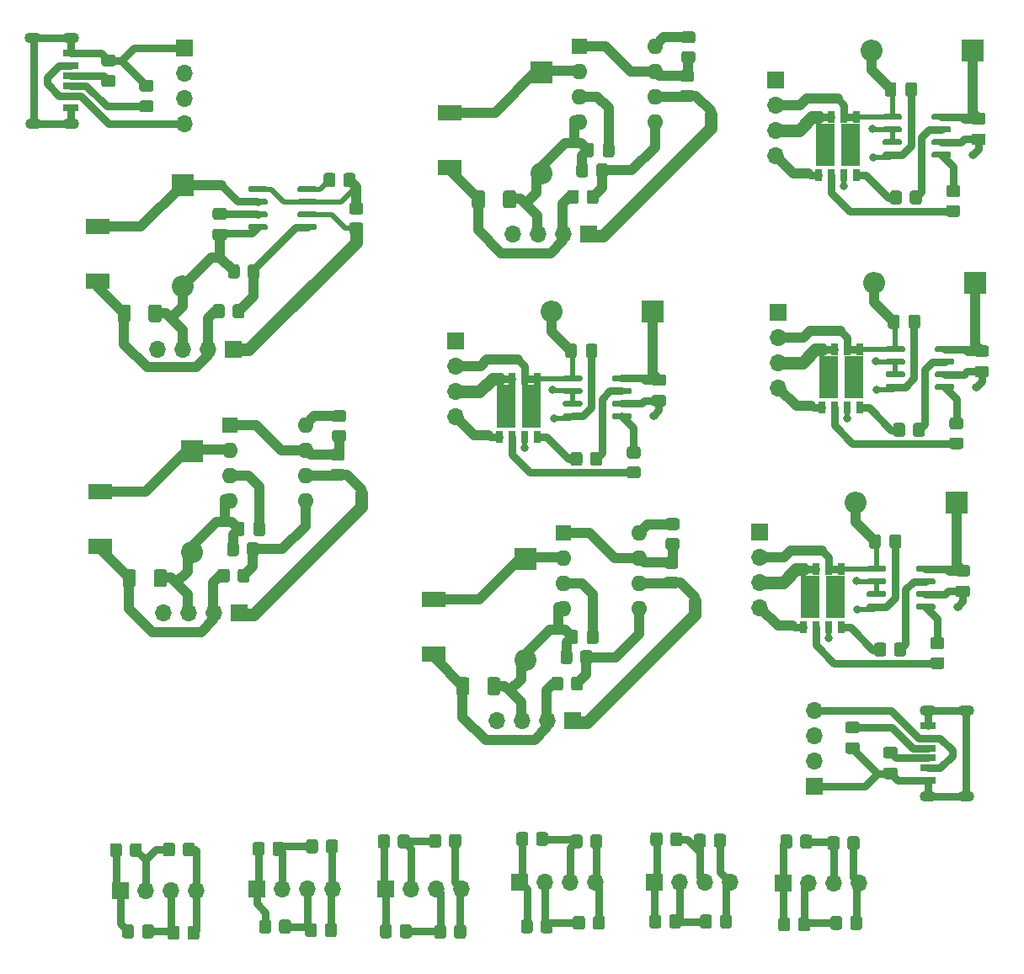
<source format=gbr>
G04 #@! TF.GenerationSoftware,KiCad,Pcbnew,(5.1.12)-1*
G04 #@! TF.CreationDate,2022-01-07T20:34:09-08:00*
G04 #@! TF.ProjectId,schematic,73636865-6d61-4746-9963-2e6b69636164,rev?*
G04 #@! TF.SameCoordinates,Original*
G04 #@! TF.FileFunction,Copper,L1,Top*
G04 #@! TF.FilePolarity,Positive*
%FSLAX46Y46*%
G04 Gerber Fmt 4.6, Leading zero omitted, Abs format (unit mm)*
G04 Created by KiCad (PCBNEW (5.1.12)-1) date 2022-01-07 20:34:09*
%MOMM*%
%LPD*%
G01*
G04 APERTURE LIST*
G04 #@! TA.AperFunction,EtchedComponent*
%ADD10C,0.100000*%
G04 #@! TD*
G04 #@! TA.AperFunction,SMDPad,CuDef*
%ADD11R,2.400000X1.500000*%
G04 #@! TD*
G04 #@! TA.AperFunction,ComponentPad*
%ADD12O,1.600000X1.600000*%
G04 #@! TD*
G04 #@! TA.AperFunction,ComponentPad*
%ADD13R,1.600000X1.600000*%
G04 #@! TD*
G04 #@! TA.AperFunction,ComponentPad*
%ADD14O,2.200000X2.200000*%
G04 #@! TD*
G04 #@! TA.AperFunction,ComponentPad*
%ADD15R,2.200000X2.200000*%
G04 #@! TD*
G04 #@! TA.AperFunction,ComponentPad*
%ADD16O,1.700000X1.700000*%
G04 #@! TD*
G04 #@! TA.AperFunction,ComponentPad*
%ADD17R,1.700000X1.700000*%
G04 #@! TD*
G04 #@! TA.AperFunction,SMDPad,CuDef*
%ADD18R,1.600000X0.800000*%
G04 #@! TD*
G04 #@! TA.AperFunction,SMDPad,CuDef*
%ADD19R,1.600000X0.760000*%
G04 #@! TD*
G04 #@! TA.AperFunction,SMDPad,CuDef*
%ADD20R,1.600000X0.700000*%
G04 #@! TD*
G04 #@! TA.AperFunction,ComponentPad*
%ADD21O,1.700000X1.100000*%
G04 #@! TD*
G04 #@! TA.AperFunction,SMDPad,CuDef*
%ADD22R,0.700000X1.250000*%
G04 #@! TD*
G04 #@! TA.AperFunction,ViaPad*
%ADD23C,0.800000*%
G04 #@! TD*
G04 #@! TA.AperFunction,Conductor*
%ADD24C,1.000000*%
G04 #@! TD*
G04 #@! TA.AperFunction,Conductor*
%ADD25C,0.750000*%
G04 #@! TD*
G04 #@! TA.AperFunction,Conductor*
%ADD26C,1.250000*%
G04 #@! TD*
G04 #@! TA.AperFunction,Conductor*
%ADD27C,0.500000*%
G04 #@! TD*
G04 APERTURE END LIST*
D10*
G04 #@! TO.C,U2*
G36*
X139928600Y-98882200D02*
G01*
X138150600Y-98882200D01*
X138150600Y-94691200D01*
X139928600Y-94691200D01*
X139928600Y-98882200D01*
G37*
X139928600Y-98882200D02*
X138150600Y-98882200D01*
X138150600Y-94691200D01*
X139928600Y-94691200D01*
X139928600Y-98882200D01*
G36*
X142468600Y-98882200D02*
G01*
X140690600Y-98882200D01*
X140690600Y-94691200D01*
X142468600Y-94691200D01*
X142468600Y-98882200D01*
G37*
X142468600Y-98882200D02*
X140690600Y-98882200D01*
X140690600Y-94691200D01*
X142468600Y-94691200D01*
X142468600Y-98882200D01*
G36*
X170472100Y-118059200D02*
G01*
X168694100Y-118059200D01*
X168694100Y-113868200D01*
X170472100Y-113868200D01*
X170472100Y-118059200D01*
G37*
X170472100Y-118059200D02*
X168694100Y-118059200D01*
X168694100Y-113868200D01*
X170472100Y-113868200D01*
X170472100Y-118059200D01*
G36*
X173012100Y-118059200D02*
G01*
X171234100Y-118059200D01*
X171234100Y-113868200D01*
X173012100Y-113868200D01*
X173012100Y-118059200D01*
G37*
X173012100Y-118059200D02*
X171234100Y-118059200D01*
X171234100Y-113868200D01*
X173012100Y-113868200D01*
X173012100Y-118059200D01*
G36*
X172377100Y-95961200D02*
G01*
X170599100Y-95961200D01*
X170599100Y-91770200D01*
X172377100Y-91770200D01*
X172377100Y-95961200D01*
G37*
X172377100Y-95961200D02*
X170599100Y-95961200D01*
X170599100Y-91770200D01*
X172377100Y-91770200D01*
X172377100Y-95961200D01*
G36*
X174917100Y-95961200D02*
G01*
X173139100Y-95961200D01*
X173139100Y-91770200D01*
X174917100Y-91770200D01*
X174917100Y-95961200D01*
G37*
X174917100Y-95961200D02*
X173139100Y-95961200D01*
X173139100Y-91770200D01*
X174917100Y-91770200D01*
X174917100Y-95961200D01*
G36*
X172059600Y-72593200D02*
G01*
X170281600Y-72593200D01*
X170281600Y-68402200D01*
X172059600Y-68402200D01*
X172059600Y-72593200D01*
G37*
X172059600Y-72593200D02*
X170281600Y-72593200D01*
X170281600Y-68402200D01*
X172059600Y-68402200D01*
X172059600Y-72593200D01*
G36*
X174599600Y-72593200D02*
G01*
X172821600Y-72593200D01*
X172821600Y-68402200D01*
X174599600Y-68402200D01*
X174599600Y-72593200D01*
G37*
X174599600Y-72593200D02*
X172821600Y-72593200D01*
X172821600Y-68402200D01*
X174599600Y-68402200D01*
X174599600Y-72593200D01*
G04 #@! TD*
D11*
G04 #@! TO.P,L2,2*
G04 #@! TO.N,N/C*
X131826000Y-116249000D03*
G04 #@! TO.P,L2,1*
X131826000Y-121749000D03*
G04 #@! TD*
G04 #@! TO.P,C5,2*
G04 #@! TO.N,N/C*
G04 #@! TA.AperFunction,SMDPad,CuDef*
G36*
G01*
X146320000Y-119540000D02*
X146320000Y-120490000D01*
G75*
G02*
X146070000Y-120740000I-250000J0D01*
G01*
X145395000Y-120740000D01*
G75*
G02*
X145145000Y-120490000I0J250000D01*
G01*
X145145000Y-119540000D01*
G75*
G02*
X145395000Y-119290000I250000J0D01*
G01*
X146070000Y-119290000D01*
G75*
G02*
X146320000Y-119540000I0J-250000D01*
G01*
G37*
G04 #@! TD.AperFunction*
G04 #@! TO.P,C5,1*
G04 #@! TA.AperFunction,SMDPad,CuDef*
G36*
G01*
X148395000Y-119540000D02*
X148395000Y-120490000D01*
G75*
G02*
X148145000Y-120740000I-250000J0D01*
G01*
X147470000Y-120740000D01*
G75*
G02*
X147220000Y-120490000I0J250000D01*
G01*
X147220000Y-119540000D01*
G75*
G02*
X147470000Y-119290000I250000J0D01*
G01*
X148145000Y-119290000D01*
G75*
G02*
X148395000Y-119540000I0J-250000D01*
G01*
G37*
G04 #@! TD.AperFunction*
G04 #@! TD*
G04 #@! TO.P,C6,2*
G04 #@! TO.N,N/C*
G04 #@! TA.AperFunction,SMDPad,CuDef*
G36*
G01*
X137196000Y-125618001D02*
X137196000Y-124317999D01*
G75*
G02*
X137445999Y-124068000I249999J0D01*
G01*
X138271001Y-124068000D01*
G75*
G02*
X138521000Y-124317999I0J-249999D01*
G01*
X138521000Y-125618001D01*
G75*
G02*
X138271001Y-125868000I-249999J0D01*
G01*
X137445999Y-125868000D01*
G75*
G02*
X137196000Y-125618001I0J249999D01*
G01*
G37*
G04 #@! TD.AperFunction*
G04 #@! TO.P,C6,1*
G04 #@! TA.AperFunction,SMDPad,CuDef*
G36*
G01*
X134071000Y-125618001D02*
X134071000Y-124317999D01*
G75*
G02*
X134320999Y-124068000I249999J0D01*
G01*
X135146001Y-124068000D01*
G75*
G02*
X135396000Y-124317999I0J-249999D01*
G01*
X135396000Y-125618001D01*
G75*
G02*
X135146001Y-125868000I-249999J0D01*
G01*
X134320999Y-125868000D01*
G75*
G02*
X134071000Y-125618001I0J249999D01*
G01*
G37*
G04 #@! TD.AperFunction*
G04 #@! TD*
G04 #@! TO.P,R28,2*
G04 #@! TO.N,N/C*
G04 #@! TA.AperFunction,SMDPad,CuDef*
G36*
G01*
X156279001Y-109264500D02*
X155378999Y-109264500D01*
G75*
G02*
X155129000Y-109014501I0J249999D01*
G01*
X155129000Y-108314499D01*
G75*
G02*
X155378999Y-108064500I249999J0D01*
G01*
X156279001Y-108064500D01*
G75*
G02*
X156529000Y-108314499I0J-249999D01*
G01*
X156529000Y-109014501D01*
G75*
G02*
X156279001Y-109264500I-249999J0D01*
G01*
G37*
G04 #@! TD.AperFunction*
G04 #@! TO.P,R28,1*
G04 #@! TA.AperFunction,SMDPad,CuDef*
G36*
G01*
X156279001Y-111264500D02*
X155378999Y-111264500D01*
G75*
G02*
X155129000Y-111014501I0J249999D01*
G01*
X155129000Y-110314499D01*
G75*
G02*
X155378999Y-110064500I249999J0D01*
G01*
X156279001Y-110064500D01*
G75*
G02*
X156529000Y-110314499I0J-249999D01*
G01*
X156529000Y-111014501D01*
G75*
G02*
X156279001Y-111264500I-249999J0D01*
G01*
G37*
G04 #@! TD.AperFunction*
G04 #@! TD*
D12*
G04 #@! TO.P,U4,8*
G04 #@! TO.N,N/C*
X152463500Y-109537500D03*
G04 #@! TO.P,U4,4*
X144843500Y-117157500D03*
G04 #@! TO.P,U4,7*
X152463500Y-112077500D03*
G04 #@! TO.P,U4,3*
X144843500Y-114617500D03*
G04 #@! TO.P,U4,6*
X152463500Y-114617500D03*
G04 #@! TO.P,U4,2*
X144843500Y-112077500D03*
G04 #@! TO.P,U4,5*
X152463500Y-117157500D03*
D13*
G04 #@! TO.P,U4,1*
X144843500Y-109537500D03*
G04 #@! TD*
G04 #@! TO.P,R27,2*
G04 #@! TO.N,N/C*
G04 #@! TA.AperFunction,SMDPad,CuDef*
G36*
G01*
X155251999Y-113954000D02*
X156152001Y-113954000D01*
G75*
G02*
X156402000Y-114203999I0J-249999D01*
G01*
X156402000Y-114904001D01*
G75*
G02*
X156152001Y-115154000I-249999J0D01*
G01*
X155251999Y-115154000D01*
G75*
G02*
X155002000Y-114904001I0J249999D01*
G01*
X155002000Y-114203999D01*
G75*
G02*
X155251999Y-113954000I249999J0D01*
G01*
G37*
G04 #@! TD.AperFunction*
G04 #@! TO.P,R27,1*
G04 #@! TA.AperFunction,SMDPad,CuDef*
G36*
G01*
X155251999Y-111954000D02*
X156152001Y-111954000D01*
G75*
G02*
X156402000Y-112203999I0J-249999D01*
G01*
X156402000Y-112904001D01*
G75*
G02*
X156152001Y-113154000I-249999J0D01*
G01*
X155251999Y-113154000D01*
G75*
G02*
X155002000Y-112904001I0J249999D01*
G01*
X155002000Y-112203999D01*
G75*
G02*
X155251999Y-111954000I249999J0D01*
G01*
G37*
G04 #@! TD.AperFunction*
G04 #@! TD*
G04 #@! TO.P,R29,2*
G04 #@! TO.N,N/C*
G04 #@! TA.AperFunction,SMDPad,CuDef*
G36*
G01*
X145624500Y-125164001D02*
X145624500Y-124263999D01*
G75*
G02*
X145874499Y-124014000I249999J0D01*
G01*
X146574501Y-124014000D01*
G75*
G02*
X146824500Y-124263999I0J-249999D01*
G01*
X146824500Y-125164001D01*
G75*
G02*
X146574501Y-125414000I-249999J0D01*
G01*
X145874499Y-125414000D01*
G75*
G02*
X145624500Y-125164001I0J249999D01*
G01*
G37*
G04 #@! TD.AperFunction*
G04 #@! TO.P,R29,1*
G04 #@! TA.AperFunction,SMDPad,CuDef*
G36*
G01*
X143624500Y-125164001D02*
X143624500Y-124263999D01*
G75*
G02*
X143874499Y-124014000I249999J0D01*
G01*
X144574501Y-124014000D01*
G75*
G02*
X144824500Y-124263999I0J-249999D01*
G01*
X144824500Y-125164001D01*
G75*
G02*
X144574501Y-125414000I-249999J0D01*
G01*
X143874499Y-125414000D01*
G75*
G02*
X143624500Y-125164001I0J249999D01*
G01*
G37*
G04 #@! TD.AperFunction*
G04 #@! TD*
D14*
G04 #@! TO.P,D3,2*
G04 #@! TO.N,N/C*
X141033500Y-122364500D03*
D15*
G04 #@! TO.P,D3,1*
X141033500Y-112204500D03*
G04 #@! TD*
G04 #@! TO.P,R30,2*
G04 #@! TO.N,N/C*
G04 #@! TA.AperFunction,SMDPad,CuDef*
G36*
G01*
X145761000Y-121596999D02*
X145761000Y-122497001D01*
G75*
G02*
X145511001Y-122747000I-249999J0D01*
G01*
X144810999Y-122747000D01*
G75*
G02*
X144561000Y-122497001I0J249999D01*
G01*
X144561000Y-121596999D01*
G75*
G02*
X144810999Y-121347000I249999J0D01*
G01*
X145511001Y-121347000D01*
G75*
G02*
X145761000Y-121596999I0J-249999D01*
G01*
G37*
G04 #@! TD.AperFunction*
G04 #@! TO.P,R30,1*
G04 #@! TA.AperFunction,SMDPad,CuDef*
G36*
G01*
X147761000Y-121596999D02*
X147761000Y-122497001D01*
G75*
G02*
X147511001Y-122747000I-249999J0D01*
G01*
X146810999Y-122747000D01*
G75*
G02*
X146561000Y-122497001I0J249999D01*
G01*
X146561000Y-121596999D01*
G75*
G02*
X146810999Y-121347000I249999J0D01*
G01*
X147511001Y-121347000D01*
G75*
G02*
X147761000Y-121596999I0J-249999D01*
G01*
G37*
G04 #@! TD.AperFunction*
G04 #@! TD*
D16*
G04 #@! TO.P,J11,4*
G04 #@! TO.N,N/C*
X138176000Y-128460500D03*
G04 #@! TO.P,J11,3*
X140716000Y-128460500D03*
G04 #@! TO.P,J11,2*
X143256000Y-128460500D03*
D17*
G04 #@! TO.P,J11,1*
X145796000Y-128460500D03*
G04 #@! TD*
G04 #@! TO.P,C5,1*
G04 #@! TO.N,N/C*
G04 #@! TA.AperFunction,SMDPad,CuDef*
G36*
G01*
X149982500Y-70581500D02*
X149982500Y-71531500D01*
G75*
G02*
X149732500Y-71781500I-250000J0D01*
G01*
X149057500Y-71781500D01*
G75*
G02*
X148807500Y-71531500I0J250000D01*
G01*
X148807500Y-70581500D01*
G75*
G02*
X149057500Y-70331500I250000J0D01*
G01*
X149732500Y-70331500D01*
G75*
G02*
X149982500Y-70581500I0J-250000D01*
G01*
G37*
G04 #@! TD.AperFunction*
G04 #@! TO.P,C5,2*
G04 #@! TA.AperFunction,SMDPad,CuDef*
G36*
G01*
X147907500Y-70581500D02*
X147907500Y-71531500D01*
G75*
G02*
X147657500Y-71781500I-250000J0D01*
G01*
X146982500Y-71781500D01*
G75*
G02*
X146732500Y-71531500I0J250000D01*
G01*
X146732500Y-70581500D01*
G75*
G02*
X146982500Y-70331500I250000J0D01*
G01*
X147657500Y-70331500D01*
G75*
G02*
X147907500Y-70581500I0J-250000D01*
G01*
G37*
G04 #@! TD.AperFunction*
G04 #@! TD*
D11*
G04 #@! TO.P,L2,1*
G04 #@! TO.N,N/C*
X133413500Y-72790500D03*
G04 #@! TO.P,L2,2*
X133413500Y-67290500D03*
G04 #@! TD*
D17*
G04 #@! TO.P,J11,1*
G04 #@! TO.N,N/C*
X147383500Y-79502000D03*
D16*
G04 #@! TO.P,J11,2*
X144843500Y-79502000D03*
G04 #@! TO.P,J11,3*
X142303500Y-79502000D03*
G04 #@! TO.P,J11,4*
X139763500Y-79502000D03*
G04 #@! TD*
D15*
G04 #@! TO.P,D3,1*
G04 #@! TO.N,N/C*
X142621000Y-63246000D03*
D14*
G04 #@! TO.P,D3,2*
X142621000Y-73406000D03*
G04 #@! TD*
G04 #@! TO.P,C6,1*
G04 #@! TO.N,N/C*
G04 #@! TA.AperFunction,SMDPad,CuDef*
G36*
G01*
X135658500Y-76659501D02*
X135658500Y-75359499D01*
G75*
G02*
X135908499Y-75109500I249999J0D01*
G01*
X136733501Y-75109500D01*
G75*
G02*
X136983500Y-75359499I0J-249999D01*
G01*
X136983500Y-76659501D01*
G75*
G02*
X136733501Y-76909500I-249999J0D01*
G01*
X135908499Y-76909500D01*
G75*
G02*
X135658500Y-76659501I0J249999D01*
G01*
G37*
G04 #@! TD.AperFunction*
G04 #@! TO.P,C6,2*
G04 #@! TA.AperFunction,SMDPad,CuDef*
G36*
G01*
X138783500Y-76659501D02*
X138783500Y-75359499D01*
G75*
G02*
X139033499Y-75109500I249999J0D01*
G01*
X139858501Y-75109500D01*
G75*
G02*
X140108500Y-75359499I0J-249999D01*
G01*
X140108500Y-76659501D01*
G75*
G02*
X139858501Y-76909500I-249999J0D01*
G01*
X139033499Y-76909500D01*
G75*
G02*
X138783500Y-76659501I0J249999D01*
G01*
G37*
G04 #@! TD.AperFunction*
G04 #@! TD*
D13*
G04 #@! TO.P,U4,1*
G04 #@! TO.N,N/C*
X146431000Y-60579000D03*
D12*
G04 #@! TO.P,U4,5*
X154051000Y-68199000D03*
G04 #@! TO.P,U4,2*
X146431000Y-63119000D03*
G04 #@! TO.P,U4,6*
X154051000Y-65659000D03*
G04 #@! TO.P,U4,3*
X146431000Y-65659000D03*
G04 #@! TO.P,U4,7*
X154051000Y-63119000D03*
G04 #@! TO.P,U4,4*
X146431000Y-68199000D03*
G04 #@! TO.P,U4,8*
X154051000Y-60579000D03*
G04 #@! TD*
G04 #@! TO.P,R27,1*
G04 #@! TO.N,N/C*
G04 #@! TA.AperFunction,SMDPad,CuDef*
G36*
G01*
X156839499Y-62995500D02*
X157739501Y-62995500D01*
G75*
G02*
X157989500Y-63245499I0J-249999D01*
G01*
X157989500Y-63945501D01*
G75*
G02*
X157739501Y-64195500I-249999J0D01*
G01*
X156839499Y-64195500D01*
G75*
G02*
X156589500Y-63945501I0J249999D01*
G01*
X156589500Y-63245499D01*
G75*
G02*
X156839499Y-62995500I249999J0D01*
G01*
G37*
G04 #@! TD.AperFunction*
G04 #@! TO.P,R27,2*
G04 #@! TA.AperFunction,SMDPad,CuDef*
G36*
G01*
X156839499Y-64995500D02*
X157739501Y-64995500D01*
G75*
G02*
X157989500Y-65245499I0J-249999D01*
G01*
X157989500Y-65945501D01*
G75*
G02*
X157739501Y-66195500I-249999J0D01*
G01*
X156839499Y-66195500D01*
G75*
G02*
X156589500Y-65945501I0J249999D01*
G01*
X156589500Y-65245499D01*
G75*
G02*
X156839499Y-64995500I249999J0D01*
G01*
G37*
G04 #@! TD.AperFunction*
G04 #@! TD*
G04 #@! TO.P,R28,1*
G04 #@! TO.N,N/C*
G04 #@! TA.AperFunction,SMDPad,CuDef*
G36*
G01*
X157866501Y-62306000D02*
X156966499Y-62306000D01*
G75*
G02*
X156716500Y-62056001I0J249999D01*
G01*
X156716500Y-61355999D01*
G75*
G02*
X156966499Y-61106000I249999J0D01*
G01*
X157866501Y-61106000D01*
G75*
G02*
X158116500Y-61355999I0J-249999D01*
G01*
X158116500Y-62056001D01*
G75*
G02*
X157866501Y-62306000I-249999J0D01*
G01*
G37*
G04 #@! TD.AperFunction*
G04 #@! TO.P,R28,2*
G04 #@! TA.AperFunction,SMDPad,CuDef*
G36*
G01*
X157866501Y-60306000D02*
X156966499Y-60306000D01*
G75*
G02*
X156716500Y-60056001I0J249999D01*
G01*
X156716500Y-59355999D01*
G75*
G02*
X156966499Y-59106000I249999J0D01*
G01*
X157866501Y-59106000D01*
G75*
G02*
X158116500Y-59355999I0J-249999D01*
G01*
X158116500Y-60056001D01*
G75*
G02*
X157866501Y-60306000I-249999J0D01*
G01*
G37*
G04 #@! TD.AperFunction*
G04 #@! TD*
G04 #@! TO.P,R30,1*
G04 #@! TO.N,N/C*
G04 #@! TA.AperFunction,SMDPad,CuDef*
G36*
G01*
X149348500Y-72638499D02*
X149348500Y-73538501D01*
G75*
G02*
X149098501Y-73788500I-249999J0D01*
G01*
X148398499Y-73788500D01*
G75*
G02*
X148148500Y-73538501I0J249999D01*
G01*
X148148500Y-72638499D01*
G75*
G02*
X148398499Y-72388500I249999J0D01*
G01*
X149098501Y-72388500D01*
G75*
G02*
X149348500Y-72638499I0J-249999D01*
G01*
G37*
G04 #@! TD.AperFunction*
G04 #@! TO.P,R30,2*
G04 #@! TA.AperFunction,SMDPad,CuDef*
G36*
G01*
X147348500Y-72638499D02*
X147348500Y-73538501D01*
G75*
G02*
X147098501Y-73788500I-249999J0D01*
G01*
X146398499Y-73788500D01*
G75*
G02*
X146148500Y-73538501I0J249999D01*
G01*
X146148500Y-72638499D01*
G75*
G02*
X146398499Y-72388500I249999J0D01*
G01*
X147098501Y-72388500D01*
G75*
G02*
X147348500Y-72638499I0J-249999D01*
G01*
G37*
G04 #@! TD.AperFunction*
G04 #@! TD*
G04 #@! TO.P,R29,1*
G04 #@! TO.N,N/C*
G04 #@! TA.AperFunction,SMDPad,CuDef*
G36*
G01*
X145212000Y-76205501D02*
X145212000Y-75305499D01*
G75*
G02*
X145461999Y-75055500I249999J0D01*
G01*
X146162001Y-75055500D01*
G75*
G02*
X146412000Y-75305499I0J-249999D01*
G01*
X146412000Y-76205501D01*
G75*
G02*
X146162001Y-76455500I-249999J0D01*
G01*
X145461999Y-76455500D01*
G75*
G02*
X145212000Y-76205501I0J249999D01*
G01*
G37*
G04 #@! TD.AperFunction*
G04 #@! TO.P,R29,2*
G04 #@! TA.AperFunction,SMDPad,CuDef*
G36*
G01*
X147212000Y-76205501D02*
X147212000Y-75305499D01*
G75*
G02*
X147461999Y-75055500I249999J0D01*
G01*
X148162001Y-75055500D01*
G75*
G02*
X148412000Y-75305499I0J-249999D01*
G01*
X148412000Y-76205501D01*
G75*
G02*
X148162001Y-76455500I-249999J0D01*
G01*
X147461999Y-76455500D01*
G75*
G02*
X147212000Y-76205501I0J249999D01*
G01*
G37*
G04 #@! TD.AperFunction*
G04 #@! TD*
G04 #@! TO.P,U4,8*
G04 #@! TO.N,Net-(R28-Pad2)*
X118935500Y-98679000D03*
G04 #@! TO.P,U4,4*
G04 #@! TO.N,Net-(C5-Pad2)*
X111315500Y-106299000D03*
G04 #@! TO.P,U4,7*
G04 #@! TO.N,Net-(R27-Pad1)*
X118935500Y-101219000D03*
G04 #@! TO.P,U4,3*
G04 #@! TO.N,Net-(C5-Pad1)*
X111315500Y-103759000D03*
G04 #@! TO.P,U4,6*
G04 #@! TO.N,Net-(J11-Pad1)*
X118935500Y-103759000D03*
G04 #@! TO.P,U4,2*
G04 #@! TO.N,Net-(D3-Pad1)*
X111315500Y-101219000D03*
G04 #@! TO.P,U4,5*
G04 #@! TO.N,Net-(R29-Pad2)*
X118935500Y-106299000D03*
D13*
G04 #@! TO.P,U4,1*
G04 #@! TO.N,Net-(R27-Pad1)*
X111315500Y-98679000D03*
G04 #@! TD*
G04 #@! TO.P,R30,2*
G04 #@! TO.N,Net-(C5-Pad2)*
G04 #@! TA.AperFunction,SMDPad,CuDef*
G36*
G01*
X112233000Y-110738499D02*
X112233000Y-111638501D01*
G75*
G02*
X111983001Y-111888500I-249999J0D01*
G01*
X111282999Y-111888500D01*
G75*
G02*
X111033000Y-111638501I0J249999D01*
G01*
X111033000Y-110738499D01*
G75*
G02*
X111282999Y-110488500I249999J0D01*
G01*
X111983001Y-110488500D01*
G75*
G02*
X112233000Y-110738499I0J-249999D01*
G01*
G37*
G04 #@! TD.AperFunction*
G04 #@! TO.P,R30,1*
G04 #@! TO.N,Net-(R29-Pad2)*
G04 #@! TA.AperFunction,SMDPad,CuDef*
G36*
G01*
X114233000Y-110738499D02*
X114233000Y-111638501D01*
G75*
G02*
X113983001Y-111888500I-249999J0D01*
G01*
X113282999Y-111888500D01*
G75*
G02*
X113033000Y-111638501I0J249999D01*
G01*
X113033000Y-110738499D01*
G75*
G02*
X113282999Y-110488500I249999J0D01*
G01*
X113983001Y-110488500D01*
G75*
G02*
X114233000Y-110738499I0J-249999D01*
G01*
G37*
G04 #@! TD.AperFunction*
G04 #@! TD*
G04 #@! TO.P,R29,2*
G04 #@! TO.N,Net-(R29-Pad2)*
G04 #@! TA.AperFunction,SMDPad,CuDef*
G36*
G01*
X112096500Y-114305501D02*
X112096500Y-113405499D01*
G75*
G02*
X112346499Y-113155500I249999J0D01*
G01*
X113046501Y-113155500D01*
G75*
G02*
X113296500Y-113405499I0J-249999D01*
G01*
X113296500Y-114305501D01*
G75*
G02*
X113046501Y-114555500I-249999J0D01*
G01*
X112346499Y-114555500D01*
G75*
G02*
X112096500Y-114305501I0J249999D01*
G01*
G37*
G04 #@! TD.AperFunction*
G04 #@! TO.P,R29,1*
G04 #@! TO.N,Net-(C6-Pad1)*
G04 #@! TA.AperFunction,SMDPad,CuDef*
G36*
G01*
X110096500Y-114305501D02*
X110096500Y-113405499D01*
G75*
G02*
X110346499Y-113155500I249999J0D01*
G01*
X111046501Y-113155500D01*
G75*
G02*
X111296500Y-113405499I0J-249999D01*
G01*
X111296500Y-114305501D01*
G75*
G02*
X111046501Y-114555500I-249999J0D01*
G01*
X110346499Y-114555500D01*
G75*
G02*
X110096500Y-114305501I0J249999D01*
G01*
G37*
G04 #@! TD.AperFunction*
G04 #@! TD*
G04 #@! TO.P,R28,2*
G04 #@! TO.N,Net-(R28-Pad2)*
G04 #@! TA.AperFunction,SMDPad,CuDef*
G36*
G01*
X122751001Y-98406000D02*
X121850999Y-98406000D01*
G75*
G02*
X121601000Y-98156001I0J249999D01*
G01*
X121601000Y-97455999D01*
G75*
G02*
X121850999Y-97206000I249999J0D01*
G01*
X122751001Y-97206000D01*
G75*
G02*
X123001000Y-97455999I0J-249999D01*
G01*
X123001000Y-98156001D01*
G75*
G02*
X122751001Y-98406000I-249999J0D01*
G01*
G37*
G04 #@! TD.AperFunction*
G04 #@! TO.P,R28,1*
G04 #@! TO.N,Net-(R27-Pad1)*
G04 #@! TA.AperFunction,SMDPad,CuDef*
G36*
G01*
X122751001Y-100406000D02*
X121850999Y-100406000D01*
G75*
G02*
X121601000Y-100156001I0J249999D01*
G01*
X121601000Y-99455999D01*
G75*
G02*
X121850999Y-99206000I249999J0D01*
G01*
X122751001Y-99206000D01*
G75*
G02*
X123001000Y-99455999I0J-249999D01*
G01*
X123001000Y-100156001D01*
G75*
G02*
X122751001Y-100406000I-249999J0D01*
G01*
G37*
G04 #@! TD.AperFunction*
G04 #@! TD*
G04 #@! TO.P,R27,2*
G04 #@! TO.N,Net-(J11-Pad1)*
G04 #@! TA.AperFunction,SMDPad,CuDef*
G36*
G01*
X121723999Y-103095500D02*
X122624001Y-103095500D01*
G75*
G02*
X122874000Y-103345499I0J-249999D01*
G01*
X122874000Y-104045501D01*
G75*
G02*
X122624001Y-104295500I-249999J0D01*
G01*
X121723999Y-104295500D01*
G75*
G02*
X121474000Y-104045501I0J249999D01*
G01*
X121474000Y-103345499D01*
G75*
G02*
X121723999Y-103095500I249999J0D01*
G01*
G37*
G04 #@! TD.AperFunction*
G04 #@! TO.P,R27,1*
G04 #@! TO.N,Net-(R27-Pad1)*
G04 #@! TA.AperFunction,SMDPad,CuDef*
G36*
G01*
X121723999Y-101095500D02*
X122624001Y-101095500D01*
G75*
G02*
X122874000Y-101345499I0J-249999D01*
G01*
X122874000Y-102045501D01*
G75*
G02*
X122624001Y-102295500I-249999J0D01*
G01*
X121723999Y-102295500D01*
G75*
G02*
X121474000Y-102045501I0J249999D01*
G01*
X121474000Y-101345499D01*
G75*
G02*
X121723999Y-101095500I249999J0D01*
G01*
G37*
G04 #@! TD.AperFunction*
G04 #@! TD*
D11*
G04 #@! TO.P,L2,2*
G04 #@! TO.N,Net-(D3-Pad1)*
X98298000Y-105390500D03*
G04 #@! TO.P,L2,1*
G04 #@! TO.N,Net-(C6-Pad1)*
X98298000Y-110890500D03*
G04 #@! TD*
D16*
G04 #@! TO.P,J11,4*
G04 #@! TO.N,Net-(J11-Pad4)*
X104648000Y-117602000D03*
G04 #@! TO.P,J11,3*
G04 #@! TO.N,Net-(C5-Pad2)*
X107188000Y-117602000D03*
G04 #@! TO.P,J11,2*
G04 #@! TO.N,Net-(C6-Pad1)*
X109728000Y-117602000D03*
D17*
G04 #@! TO.P,J11,1*
G04 #@! TO.N,Net-(J11-Pad1)*
X112268000Y-117602000D03*
G04 #@! TD*
D14*
G04 #@! TO.P,D3,2*
G04 #@! TO.N,Net-(C5-Pad2)*
X107505500Y-111506000D03*
D15*
G04 #@! TO.P,D3,1*
G04 #@! TO.N,Net-(D3-Pad1)*
X107505500Y-101346000D03*
G04 #@! TD*
G04 #@! TO.P,C6,2*
G04 #@! TO.N,Net-(C5-Pad2)*
G04 #@! TA.AperFunction,SMDPad,CuDef*
G36*
G01*
X103668000Y-114759501D02*
X103668000Y-113459499D01*
G75*
G02*
X103917999Y-113209500I249999J0D01*
G01*
X104743001Y-113209500D01*
G75*
G02*
X104993000Y-113459499I0J-249999D01*
G01*
X104993000Y-114759501D01*
G75*
G02*
X104743001Y-115009500I-249999J0D01*
G01*
X103917999Y-115009500D01*
G75*
G02*
X103668000Y-114759501I0J249999D01*
G01*
G37*
G04 #@! TD.AperFunction*
G04 #@! TO.P,C6,1*
G04 #@! TO.N,Net-(C6-Pad1)*
G04 #@! TA.AperFunction,SMDPad,CuDef*
G36*
G01*
X100543000Y-114759501D02*
X100543000Y-113459499D01*
G75*
G02*
X100792999Y-113209500I249999J0D01*
G01*
X101618001Y-113209500D01*
G75*
G02*
X101868000Y-113459499I0J-249999D01*
G01*
X101868000Y-114759501D01*
G75*
G02*
X101618001Y-115009500I-249999J0D01*
G01*
X100792999Y-115009500D01*
G75*
G02*
X100543000Y-114759501I0J249999D01*
G01*
G37*
G04 #@! TD.AperFunction*
G04 #@! TD*
G04 #@! TO.P,C5,2*
G04 #@! TO.N,Net-(C5-Pad2)*
G04 #@! TA.AperFunction,SMDPad,CuDef*
G36*
G01*
X112792000Y-108681500D02*
X112792000Y-109631500D01*
G75*
G02*
X112542000Y-109881500I-250000J0D01*
G01*
X111867000Y-109881500D01*
G75*
G02*
X111617000Y-109631500I0J250000D01*
G01*
X111617000Y-108681500D01*
G75*
G02*
X111867000Y-108431500I250000J0D01*
G01*
X112542000Y-108431500D01*
G75*
G02*
X112792000Y-108681500I0J-250000D01*
G01*
G37*
G04 #@! TD.AperFunction*
G04 #@! TO.P,C5,1*
G04 #@! TO.N,Net-(C5-Pad1)*
G04 #@! TA.AperFunction,SMDPad,CuDef*
G36*
G01*
X114867000Y-108681500D02*
X114867000Y-109631500D01*
G75*
G02*
X114617000Y-109881500I-250000J0D01*
G01*
X113942000Y-109881500D01*
G75*
G02*
X113692000Y-109631500I0J250000D01*
G01*
X113692000Y-108681500D01*
G75*
G02*
X113942000Y-108431500I250000J0D01*
G01*
X114617000Y-108431500D01*
G75*
G02*
X114867000Y-108681500I0J-250000D01*
G01*
G37*
G04 #@! TD.AperFunction*
G04 #@! TD*
G04 #@! TO.P,R4,1*
G04 #@! TO.N,Net-(J2-PadA5)*
G04 #@! TA.AperFunction,SMDPad,CuDef*
G36*
G01*
X177261500Y-131068500D02*
X178211500Y-131068500D01*
G75*
G02*
X178461500Y-131318500I0J-250000D01*
G01*
X178461500Y-131993500D01*
G75*
G02*
X178211500Y-132243500I-250000J0D01*
G01*
X177261500Y-132243500D01*
G75*
G02*
X177011500Y-131993500I0J250000D01*
G01*
X177011500Y-131318500D01*
G75*
G02*
X177261500Y-131068500I250000J0D01*
G01*
G37*
G04 #@! TD.AperFunction*
G04 #@! TO.P,R4,2*
G04 #@! TO.N,Net-(J2-PadA1)*
G04 #@! TA.AperFunction,SMDPad,CuDef*
G36*
G01*
X177261500Y-133143500D02*
X178211500Y-133143500D01*
G75*
G02*
X178461500Y-133393500I0J-250000D01*
G01*
X178461500Y-134068500D01*
G75*
G02*
X178211500Y-134318500I-250000J0D01*
G01*
X177261500Y-134318500D01*
G75*
G02*
X177011500Y-134068500I0J250000D01*
G01*
X177011500Y-133393500D01*
G75*
G02*
X177261500Y-133143500I250000J0D01*
G01*
G37*
G04 #@! TD.AperFunction*
G04 #@! TD*
G04 #@! TO.P,R3,1*
G04 #@! TO.N,Net-(J2-PadB5)*
G04 #@! TA.AperFunction,SMDPad,CuDef*
G36*
G01*
X173451500Y-128528500D02*
X174401500Y-128528500D01*
G75*
G02*
X174651500Y-128778500I0J-250000D01*
G01*
X174651500Y-129453500D01*
G75*
G02*
X174401500Y-129703500I-250000J0D01*
G01*
X173451500Y-129703500D01*
G75*
G02*
X173201500Y-129453500I0J250000D01*
G01*
X173201500Y-128778500D01*
G75*
G02*
X173451500Y-128528500I250000J0D01*
G01*
G37*
G04 #@! TD.AperFunction*
G04 #@! TO.P,R3,2*
G04 #@! TO.N,Net-(J2-PadA1)*
G04 #@! TA.AperFunction,SMDPad,CuDef*
G36*
G01*
X173451500Y-130603500D02*
X174401500Y-130603500D01*
G75*
G02*
X174651500Y-130853500I0J-250000D01*
G01*
X174651500Y-131528500D01*
G75*
G02*
X174401500Y-131778500I-250000J0D01*
G01*
X173451500Y-131778500D01*
G75*
G02*
X173201500Y-131528500I0J250000D01*
G01*
X173201500Y-130853500D01*
G75*
G02*
X173451500Y-130603500I250000J0D01*
G01*
G37*
G04 #@! TD.AperFunction*
G04 #@! TD*
D18*
G04 #@! TO.P,J2,B12*
G04 #@! TO.N,Net-(J2-PadA1)*
X181546500Y-134441000D03*
D19*
G04 #@! TO.P,J2,B9*
G04 #@! TO.N,Net-(J2-PadA4)*
X181546500Y-133211000D03*
D20*
G04 #@! TO.P,J2,A5*
G04 #@! TO.N,Net-(J2-PadA5)*
X181546500Y-132191000D03*
G04 #@! TO.P,J2,B5*
G04 #@! TO.N,Net-(J2-PadB5)*
X181546500Y-131191000D03*
D19*
G04 #@! TO.P,J2,A9*
G04 #@! TO.N,Net-(J2-PadA4)*
X181546500Y-130171000D03*
D18*
G04 #@! TO.P,J2,A12*
G04 #@! TO.N,Net-(J2-PadA1)*
X181546500Y-128941000D03*
D21*
G04 #@! TO.P,J2,S1*
X181496500Y-127391000D03*
X185296500Y-127391000D03*
X181546500Y-136041000D03*
X185346500Y-136041000D03*
G04 #@! TD*
D17*
G04 #@! TO.P,J3,1*
G04 #@! TO.N,Net-(J2-PadA1)*
X170116500Y-135001000D03*
D16*
G04 #@! TO.P,J3,2*
G04 #@! TO.N,Net-(J2-PadA6)*
X170116500Y-132461000D03*
G04 #@! TO.P,J3,3*
G04 #@! TO.N,Net-(J2-PadA7)*
X170116500Y-129921000D03*
G04 #@! TO.P,J3,4*
G04 #@! TO.N,Net-(J2-PadA4)*
X170116500Y-127381000D03*
G04 #@! TD*
G04 #@! TO.P,U1,1*
G04 #@! TO.N,Net-(R1-Pad1)*
G04 #@! TA.AperFunction,SMDPad,CuDef*
G36*
G01*
X113161400Y-75143500D02*
X113161400Y-74843500D01*
G75*
G02*
X113311400Y-74693500I150000J0D01*
G01*
X114961400Y-74693500D01*
G75*
G02*
X115111400Y-74843500I0J-150000D01*
G01*
X115111400Y-75143500D01*
G75*
G02*
X114961400Y-75293500I-150000J0D01*
G01*
X113311400Y-75293500D01*
G75*
G02*
X113161400Y-75143500I0J150000D01*
G01*
G37*
G04 #@! TD.AperFunction*
G04 #@! TO.P,U1,2*
G04 #@! TO.N,Net-(D1-Pad1)*
G04 #@! TA.AperFunction,SMDPad,CuDef*
G36*
G01*
X113161400Y-76413500D02*
X113161400Y-76113500D01*
G75*
G02*
X113311400Y-75963500I150000J0D01*
G01*
X114961400Y-75963500D01*
G75*
G02*
X115111400Y-76113500I0J-150000D01*
G01*
X115111400Y-76413500D01*
G75*
G02*
X114961400Y-76563500I-150000J0D01*
G01*
X113311400Y-76563500D01*
G75*
G02*
X113161400Y-76413500I0J150000D01*
G01*
G37*
G04 #@! TD.AperFunction*
G04 #@! TO.P,U1,3*
G04 #@! TO.N,Net-(C1-Pad1)*
G04 #@! TA.AperFunction,SMDPad,CuDef*
G36*
G01*
X113161400Y-77683500D02*
X113161400Y-77383500D01*
G75*
G02*
X113311400Y-77233500I150000J0D01*
G01*
X114961400Y-77233500D01*
G75*
G02*
X115111400Y-77383500I0J-150000D01*
G01*
X115111400Y-77683500D01*
G75*
G02*
X114961400Y-77833500I-150000J0D01*
G01*
X113311400Y-77833500D01*
G75*
G02*
X113161400Y-77683500I0J150000D01*
G01*
G37*
G04 #@! TD.AperFunction*
G04 #@! TO.P,U1,4*
G04 #@! TO.N,Net-(C1-Pad2)*
G04 #@! TA.AperFunction,SMDPad,CuDef*
G36*
G01*
X113161400Y-78953500D02*
X113161400Y-78653500D01*
G75*
G02*
X113311400Y-78503500I150000J0D01*
G01*
X114961400Y-78503500D01*
G75*
G02*
X115111400Y-78653500I0J-150000D01*
G01*
X115111400Y-78953500D01*
G75*
G02*
X114961400Y-79103500I-150000J0D01*
G01*
X113311400Y-79103500D01*
G75*
G02*
X113161400Y-78953500I0J150000D01*
G01*
G37*
G04 #@! TD.AperFunction*
G04 #@! TO.P,U1,5*
G04 #@! TO.N,Net-(R5-Pad2)*
G04 #@! TA.AperFunction,SMDPad,CuDef*
G36*
G01*
X118111400Y-78953500D02*
X118111400Y-78653500D01*
G75*
G02*
X118261400Y-78503500I150000J0D01*
G01*
X119911400Y-78503500D01*
G75*
G02*
X120061400Y-78653500I0J-150000D01*
G01*
X120061400Y-78953500D01*
G75*
G02*
X119911400Y-79103500I-150000J0D01*
G01*
X118261400Y-79103500D01*
G75*
G02*
X118111400Y-78953500I0J150000D01*
G01*
G37*
G04 #@! TD.AperFunction*
G04 #@! TO.P,U1,6*
G04 #@! TO.N,Net-(J1-Pad1)*
G04 #@! TA.AperFunction,SMDPad,CuDef*
G36*
G01*
X118111400Y-77683500D02*
X118111400Y-77383500D01*
G75*
G02*
X118261400Y-77233500I150000J0D01*
G01*
X119911400Y-77233500D01*
G75*
G02*
X120061400Y-77383500I0J-150000D01*
G01*
X120061400Y-77683500D01*
G75*
G02*
X119911400Y-77833500I-150000J0D01*
G01*
X118261400Y-77833500D01*
G75*
G02*
X118111400Y-77683500I0J150000D01*
G01*
G37*
G04 #@! TD.AperFunction*
G04 #@! TO.P,U1,7*
G04 #@! TO.N,Net-(R1-Pad1)*
G04 #@! TA.AperFunction,SMDPad,CuDef*
G36*
G01*
X118111400Y-76413500D02*
X118111400Y-76113500D01*
G75*
G02*
X118261400Y-75963500I150000J0D01*
G01*
X119911400Y-75963500D01*
G75*
G02*
X120061400Y-76113500I0J-150000D01*
G01*
X120061400Y-76413500D01*
G75*
G02*
X119911400Y-76563500I-150000J0D01*
G01*
X118261400Y-76563500D01*
G75*
G02*
X118111400Y-76413500I0J150000D01*
G01*
G37*
G04 #@! TD.AperFunction*
G04 #@! TO.P,U1,8*
G04 #@! TO.N,Net-(R2-Pad2)*
G04 #@! TA.AperFunction,SMDPad,CuDef*
G36*
G01*
X118111400Y-75143500D02*
X118111400Y-74843500D01*
G75*
G02*
X118261400Y-74693500I150000J0D01*
G01*
X119911400Y-74693500D01*
G75*
G02*
X120061400Y-74843500I0J-150000D01*
G01*
X120061400Y-75143500D01*
G75*
G02*
X119911400Y-75293500I-150000J0D01*
G01*
X118261400Y-75293500D01*
G75*
G02*
X118111400Y-75143500I0J150000D01*
G01*
G37*
G04 #@! TD.AperFunction*
G04 #@! TD*
G04 #@! TO.P,R6,1*
G04 #@! TO.N,Net-(R5-Pad2)*
G04 #@! TA.AperFunction,SMDPad,CuDef*
G36*
G01*
X114315800Y-82798499D02*
X114315800Y-83698501D01*
G75*
G02*
X114065801Y-83948500I-249999J0D01*
G01*
X113365799Y-83948500D01*
G75*
G02*
X113115800Y-83698501I0J249999D01*
G01*
X113115800Y-82798499D01*
G75*
G02*
X113365799Y-82548500I249999J0D01*
G01*
X114065801Y-82548500D01*
G75*
G02*
X114315800Y-82798499I0J-249999D01*
G01*
G37*
G04 #@! TD.AperFunction*
G04 #@! TO.P,R6,2*
G04 #@! TO.N,Net-(C1-Pad2)*
G04 #@! TA.AperFunction,SMDPad,CuDef*
G36*
G01*
X112315800Y-82798499D02*
X112315800Y-83698501D01*
G75*
G02*
X112065801Y-83948500I-249999J0D01*
G01*
X111365799Y-83948500D01*
G75*
G02*
X111115800Y-83698501I0J249999D01*
G01*
X111115800Y-82798499D01*
G75*
G02*
X111365799Y-82548500I249999J0D01*
G01*
X112065801Y-82548500D01*
G75*
G02*
X112315800Y-82798499I0J-249999D01*
G01*
G37*
G04 #@! TD.AperFunction*
G04 #@! TD*
G04 #@! TO.P,R5,1*
G04 #@! TO.N,Net-(C2-Pad1)*
G04 #@! TA.AperFunction,SMDPad,CuDef*
G36*
G01*
X109591800Y-87711701D02*
X109591800Y-86811699D01*
G75*
G02*
X109841799Y-86561700I249999J0D01*
G01*
X110541801Y-86561700D01*
G75*
G02*
X110791800Y-86811699I0J-249999D01*
G01*
X110791800Y-87711701D01*
G75*
G02*
X110541801Y-87961700I-249999J0D01*
G01*
X109841799Y-87961700D01*
G75*
G02*
X109591800Y-87711701I0J249999D01*
G01*
G37*
G04 #@! TD.AperFunction*
G04 #@! TO.P,R5,2*
G04 #@! TO.N,Net-(R5-Pad2)*
G04 #@! TA.AperFunction,SMDPad,CuDef*
G36*
G01*
X111591800Y-87711701D02*
X111591800Y-86811699D01*
G75*
G02*
X111841799Y-86561700I249999J0D01*
G01*
X112541801Y-86561700D01*
G75*
G02*
X112791800Y-86811699I0J-249999D01*
G01*
X112791800Y-87711701D01*
G75*
G02*
X112541801Y-87961700I-249999J0D01*
G01*
X111841799Y-87961700D01*
G75*
G02*
X111591800Y-87711701I0J249999D01*
G01*
G37*
G04 #@! TD.AperFunction*
G04 #@! TD*
G04 #@! TO.P,R1,1*
G04 #@! TO.N,Net-(R1-Pad1)*
G04 #@! TA.AperFunction,SMDPad,CuDef*
G36*
G01*
X123578199Y-76330500D02*
X124478201Y-76330500D01*
G75*
G02*
X124728200Y-76580499I0J-249999D01*
G01*
X124728200Y-77280501D01*
G75*
G02*
X124478201Y-77530500I-249999J0D01*
G01*
X123578199Y-77530500D01*
G75*
G02*
X123328200Y-77280501I0J249999D01*
G01*
X123328200Y-76580499D01*
G75*
G02*
X123578199Y-76330500I249999J0D01*
G01*
G37*
G04 #@! TD.AperFunction*
G04 #@! TO.P,R1,2*
G04 #@! TO.N,Net-(J1-Pad1)*
G04 #@! TA.AperFunction,SMDPad,CuDef*
G36*
G01*
X123578199Y-78330500D02*
X124478201Y-78330500D01*
G75*
G02*
X124728200Y-78580499I0J-249999D01*
G01*
X124728200Y-79280501D01*
G75*
G02*
X124478201Y-79530500I-249999J0D01*
G01*
X123578199Y-79530500D01*
G75*
G02*
X123328200Y-79280501I0J249999D01*
G01*
X123328200Y-78580499D01*
G75*
G02*
X123578199Y-78330500I249999J0D01*
G01*
G37*
G04 #@! TD.AperFunction*
G04 #@! TD*
G04 #@! TO.P,R2,1*
G04 #@! TO.N,Net-(R1-Pad1)*
G04 #@! TA.AperFunction,SMDPad,CuDef*
G36*
G01*
X123935800Y-73603699D02*
X123935800Y-74503701D01*
G75*
G02*
X123685801Y-74753700I-249999J0D01*
G01*
X122985799Y-74753700D01*
G75*
G02*
X122735800Y-74503701I0J249999D01*
G01*
X122735800Y-73603699D01*
G75*
G02*
X122985799Y-73353700I249999J0D01*
G01*
X123685801Y-73353700D01*
G75*
G02*
X123935800Y-73603699I0J-249999D01*
G01*
G37*
G04 #@! TD.AperFunction*
G04 #@! TO.P,R2,2*
G04 #@! TO.N,Net-(R2-Pad2)*
G04 #@! TA.AperFunction,SMDPad,CuDef*
G36*
G01*
X121935800Y-73603699D02*
X121935800Y-74503701D01*
G75*
G02*
X121685801Y-74753700I-249999J0D01*
G01*
X120985799Y-74753700D01*
G75*
G02*
X120735800Y-74503701I0J249999D01*
G01*
X120735800Y-73603699D01*
G75*
G02*
X120985799Y-73353700I249999J0D01*
G01*
X121685801Y-73353700D01*
G75*
G02*
X121935800Y-73603699I0J-249999D01*
G01*
G37*
G04 #@! TD.AperFunction*
G04 #@! TD*
D11*
G04 #@! TO.P,L1,1*
G04 #@! TO.N,Net-(C2-Pad1)*
X98018600Y-84271300D03*
G04 #@! TO.P,L1,2*
G04 #@! TO.N,Net-(D1-Pad1)*
X98018600Y-78771300D03*
G04 #@! TD*
D17*
G04 #@! TO.P,J1,1*
G04 #@! TO.N,Net-(J1-Pad1)*
X111683800Y-91122500D03*
D16*
G04 #@! TO.P,J1,2*
G04 #@! TO.N,Net-(C2-Pad1)*
X109143800Y-91122500D03*
G04 #@! TO.P,J1,3*
G04 #@! TO.N,Net-(C1-Pad2)*
X106603800Y-91122500D03*
G04 #@! TO.P,J1,4*
G04 #@! TO.N,Net-(J1-Pad4)*
X104063800Y-91122500D03*
G04 #@! TD*
G04 #@! TO.P,C2,1*
G04 #@! TO.N,Net-(C2-Pad1)*
G04 #@! TA.AperFunction,SMDPad,CuDef*
G36*
G01*
X100022300Y-88114902D02*
X100022300Y-86814898D01*
G75*
G02*
X100272298Y-86564900I249998J0D01*
G01*
X101097302Y-86564900D01*
G75*
G02*
X101347300Y-86814898I0J-249998D01*
G01*
X101347300Y-88114902D01*
G75*
G02*
X101097302Y-88364900I-249998J0D01*
G01*
X100272298Y-88364900D01*
G75*
G02*
X100022300Y-88114902I0J249998D01*
G01*
G37*
G04 #@! TD.AperFunction*
G04 #@! TO.P,C2,2*
G04 #@! TO.N,Net-(C1-Pad2)*
G04 #@! TA.AperFunction,SMDPad,CuDef*
G36*
G01*
X103147300Y-88114902D02*
X103147300Y-86814898D01*
G75*
G02*
X103397298Y-86564900I249998J0D01*
G01*
X104222302Y-86564900D01*
G75*
G02*
X104472300Y-86814898I0J-249998D01*
G01*
X104472300Y-88114902D01*
G75*
G02*
X104222302Y-88364900I-249998J0D01*
G01*
X103397298Y-88364900D01*
G75*
G02*
X103147300Y-88114902I0J249998D01*
G01*
G37*
G04 #@! TD.AperFunction*
G04 #@! TD*
D15*
G04 #@! TO.P,D1,1*
G04 #@! TO.N,Net-(D1-Pad1)*
X106553000Y-74561700D03*
D14*
G04 #@! TO.P,D1,2*
G04 #@! TO.N,Net-(C1-Pad2)*
X106553000Y-84721700D03*
G04 #@! TD*
G04 #@! TO.P,C1,1*
G04 #@! TO.N,Net-(C1-Pad1)*
G04 #@! TA.AperFunction,SMDPad,CuDef*
G36*
G01*
X109837200Y-76877600D02*
X110787200Y-76877600D01*
G75*
G02*
X111037200Y-77127600I0J-250000D01*
G01*
X111037200Y-77802600D01*
G75*
G02*
X110787200Y-78052600I-250000J0D01*
G01*
X109837200Y-78052600D01*
G75*
G02*
X109587200Y-77802600I0J250000D01*
G01*
X109587200Y-77127600D01*
G75*
G02*
X109837200Y-76877600I250000J0D01*
G01*
G37*
G04 #@! TD.AperFunction*
G04 #@! TO.P,C1,2*
G04 #@! TO.N,Net-(C1-Pad2)*
G04 #@! TA.AperFunction,SMDPad,CuDef*
G36*
G01*
X109837200Y-78952600D02*
X110787200Y-78952600D01*
G75*
G02*
X111037200Y-79202600I0J-250000D01*
G01*
X111037200Y-79877600D01*
G75*
G02*
X110787200Y-80127600I-250000J0D01*
G01*
X109837200Y-80127600D01*
G75*
G02*
X109587200Y-79877600I0J250000D01*
G01*
X109587200Y-79202600D01*
G75*
G02*
X109837200Y-78952600I250000J0D01*
G01*
G37*
G04 #@! TD.AperFunction*
G04 #@! TD*
G04 #@! TO.P,R26,1*
G04 #@! TO.N,Net-(R26-Pad1)*
G04 #@! TA.AperFunction,SMDPad,CuDef*
G36*
G01*
X152367401Y-104063600D02*
X151467399Y-104063600D01*
G75*
G02*
X151217400Y-103813601I0J249999D01*
G01*
X151217400Y-103113599D01*
G75*
G02*
X151467399Y-102863600I249999J0D01*
G01*
X152367401Y-102863600D01*
G75*
G02*
X152617400Y-103113599I0J-249999D01*
G01*
X152617400Y-103813601D01*
G75*
G02*
X152367401Y-104063600I-249999J0D01*
G01*
G37*
G04 #@! TD.AperFunction*
G04 #@! TO.P,R26,2*
G04 #@! TO.N,Net-(R26-Pad2)*
G04 #@! TA.AperFunction,SMDPad,CuDef*
G36*
G01*
X152367401Y-102063600D02*
X151467399Y-102063600D01*
G75*
G02*
X151217400Y-101813601I0J249999D01*
G01*
X151217400Y-101113599D01*
G75*
G02*
X151467399Y-100863600I249999J0D01*
G01*
X152367401Y-100863600D01*
G75*
G02*
X152617400Y-101113599I0J-249999D01*
G01*
X152617400Y-101813601D01*
G75*
G02*
X152367401Y-102063600I-249999J0D01*
G01*
G37*
G04 #@! TD.AperFunction*
G04 #@! TD*
G04 #@! TO.P,U3,1*
G04 #@! TO.N,Net-(C4-Pad1)*
G04 #@! TA.AperFunction,SMDPad,CuDef*
G36*
G01*
X144809800Y-94155400D02*
X144809800Y-93855400D01*
G75*
G02*
X144959800Y-93705400I150000J0D01*
G01*
X146609800Y-93705400D01*
G75*
G02*
X146759800Y-93855400I0J-150000D01*
G01*
X146759800Y-94155400D01*
G75*
G02*
X146609800Y-94305400I-150000J0D01*
G01*
X144959800Y-94305400D01*
G75*
G02*
X144809800Y-94155400I0J150000D01*
G01*
G37*
G04 #@! TD.AperFunction*
G04 #@! TO.P,U3,2*
G04 #@! TO.N,Net-(J10-Pad1)*
G04 #@! TA.AperFunction,SMDPad,CuDef*
G36*
G01*
X144809800Y-95425400D02*
X144809800Y-95125400D01*
G75*
G02*
X144959800Y-94975400I150000J0D01*
G01*
X146609800Y-94975400D01*
G75*
G02*
X146759800Y-95125400I0J-150000D01*
G01*
X146759800Y-95425400D01*
G75*
G02*
X146609800Y-95575400I-150000J0D01*
G01*
X144959800Y-95575400D01*
G75*
G02*
X144809800Y-95425400I0J150000D01*
G01*
G37*
G04 #@! TD.AperFunction*
G04 #@! TO.P,U3,3*
G04 #@! TA.AperFunction,SMDPad,CuDef*
G36*
G01*
X144809800Y-96695400D02*
X144809800Y-96395400D01*
G75*
G02*
X144959800Y-96245400I150000J0D01*
G01*
X146609800Y-96245400D01*
G75*
G02*
X146759800Y-96395400I0J-150000D01*
G01*
X146759800Y-96695400D01*
G75*
G02*
X146609800Y-96845400I-150000J0D01*
G01*
X144959800Y-96845400D01*
G75*
G02*
X144809800Y-96695400I0J150000D01*
G01*
G37*
G04 #@! TD.AperFunction*
G04 #@! TO.P,U3,4*
G04 #@! TO.N,Net-(C4-Pad2)*
G04 #@! TA.AperFunction,SMDPad,CuDef*
G36*
G01*
X144809800Y-97965400D02*
X144809800Y-97665400D01*
G75*
G02*
X144959800Y-97515400I150000J0D01*
G01*
X146609800Y-97515400D01*
G75*
G02*
X146759800Y-97665400I0J-150000D01*
G01*
X146759800Y-97965400D01*
G75*
G02*
X146609800Y-98115400I-150000J0D01*
G01*
X144959800Y-98115400D01*
G75*
G02*
X144809800Y-97965400I0J150000D01*
G01*
G37*
G04 #@! TD.AperFunction*
G04 #@! TO.P,U3,5*
G04 #@! TO.N,Net-(R26-Pad2)*
G04 #@! TA.AperFunction,SMDPad,CuDef*
G36*
G01*
X149759800Y-97965400D02*
X149759800Y-97665400D01*
G75*
G02*
X149909800Y-97515400I150000J0D01*
G01*
X151559800Y-97515400D01*
G75*
G02*
X151709800Y-97665400I0J-150000D01*
G01*
X151709800Y-97965400D01*
G75*
G02*
X151559800Y-98115400I-150000J0D01*
G01*
X149909800Y-98115400D01*
G75*
G02*
X149759800Y-97965400I0J150000D01*
G01*
G37*
G04 #@! TD.AperFunction*
G04 #@! TO.P,U3,6*
G04 #@! TO.N,Net-(C3-Pad2)*
G04 #@! TA.AperFunction,SMDPad,CuDef*
G36*
G01*
X149759800Y-96695400D02*
X149759800Y-96395400D01*
G75*
G02*
X149909800Y-96245400I150000J0D01*
G01*
X151559800Y-96245400D01*
G75*
G02*
X151709800Y-96395400I0J-150000D01*
G01*
X151709800Y-96695400D01*
G75*
G02*
X151559800Y-96845400I-150000J0D01*
G01*
X149909800Y-96845400D01*
G75*
G02*
X149759800Y-96695400I0J150000D01*
G01*
G37*
G04 #@! TD.AperFunction*
G04 #@! TO.P,U3,7*
G04 #@! TO.N,Net-(R25-Pad2)*
G04 #@! TA.AperFunction,SMDPad,CuDef*
G36*
G01*
X149759800Y-95425400D02*
X149759800Y-95125400D01*
G75*
G02*
X149909800Y-94975400I150000J0D01*
G01*
X151559800Y-94975400D01*
G75*
G02*
X151709800Y-95125400I0J-150000D01*
G01*
X151709800Y-95425400D01*
G75*
G02*
X151559800Y-95575400I-150000J0D01*
G01*
X149909800Y-95575400D01*
G75*
G02*
X149759800Y-95425400I0J150000D01*
G01*
G37*
G04 #@! TD.AperFunction*
G04 #@! TO.P,U3,8*
G04 #@! TO.N,Net-(C3-Pad1)*
G04 #@! TA.AperFunction,SMDPad,CuDef*
G36*
G01*
X149759800Y-94155400D02*
X149759800Y-93855400D01*
G75*
G02*
X149909800Y-93705400I150000J0D01*
G01*
X151559800Y-93705400D01*
G75*
G02*
X151709800Y-93855400I0J-150000D01*
G01*
X151709800Y-94155400D01*
G75*
G02*
X151559800Y-94305400I-150000J0D01*
G01*
X149909800Y-94305400D01*
G75*
G02*
X149759800Y-94155400I0J150000D01*
G01*
G37*
G04 #@! TD.AperFunction*
G04 #@! TD*
D22*
G04 #@! TO.P,U2,1*
G04 #@! TO.N,Net-(C4-Pad2)*
X138404600Y-99898200D03*
G04 #@! TO.P,U2,2*
G04 #@! TO.N,Net-(R26-Pad1)*
X139674600Y-99898200D03*
G04 #@! TO.P,U2,3*
G04 #@! TO.N,Net-(C3-Pad2)*
X140944600Y-99898200D03*
G04 #@! TO.P,U2,4*
G04 #@! TO.N,Net-(R25-Pad1)*
X142214600Y-99898200D03*
G04 #@! TO.P,U2,5*
G04 #@! TO.N,Net-(C4-Pad1)*
X142214600Y-94056200D03*
G04 #@! TO.P,U2,6*
X140944600Y-94056200D03*
G04 #@! TO.P,U2,7*
G04 #@! TO.N,Net-(C3-Pad2)*
X139674600Y-94056200D03*
G04 #@! TO.P,U2,8*
X138404600Y-94056200D03*
G04 #@! TD*
G04 #@! TO.P,R25,1*
G04 #@! TO.N,Net-(R25-Pad1)*
G04 #@! TA.AperFunction,SMDPad,CuDef*
G36*
G01*
X145558200Y-102558001D02*
X145558200Y-101657999D01*
G75*
G02*
X145808199Y-101408000I249999J0D01*
G01*
X146508201Y-101408000D01*
G75*
G02*
X146758200Y-101657999I0J-249999D01*
G01*
X146758200Y-102558001D01*
G75*
G02*
X146508201Y-102808000I-249999J0D01*
G01*
X145808199Y-102808000D01*
G75*
G02*
X145558200Y-102558001I0J249999D01*
G01*
G37*
G04 #@! TD.AperFunction*
G04 #@! TO.P,R25,2*
G04 #@! TO.N,Net-(R25-Pad2)*
G04 #@! TA.AperFunction,SMDPad,CuDef*
G36*
G01*
X147558200Y-102558001D02*
X147558200Y-101657999D01*
G75*
G02*
X147808199Y-101408000I249999J0D01*
G01*
X148508201Y-101408000D01*
G75*
G02*
X148758200Y-101657999I0J-249999D01*
G01*
X148758200Y-102558001D01*
G75*
G02*
X148508201Y-102808000I-249999J0D01*
G01*
X147808199Y-102808000D01*
G75*
G02*
X147558200Y-102558001I0J249999D01*
G01*
G37*
G04 #@! TD.AperFunction*
G04 #@! TD*
D17*
G04 #@! TO.P,J10,1*
G04 #@! TO.N,Net-(J10-Pad1)*
X134035800Y-90271600D03*
D16*
G04 #@! TO.P,J10,2*
G04 #@! TO.N,Net-(C4-Pad1)*
X134035800Y-92811600D03*
G04 #@! TO.P,J10,3*
G04 #@! TO.N,Net-(C3-Pad2)*
X134035800Y-95351600D03*
G04 #@! TO.P,J10,4*
G04 #@! TO.N,Net-(C4-Pad2)*
X134035800Y-97891600D03*
G04 #@! TD*
D15*
G04 #@! TO.P,D2,1*
G04 #@! TO.N,Net-(C3-Pad1)*
X153847800Y-87325200D03*
D14*
G04 #@! TO.P,D2,2*
G04 #@! TO.N,Net-(C4-Pad1)*
X143687800Y-87325200D03*
G04 #@! TD*
G04 #@! TO.P,C4,1*
G04 #@! TO.N,Net-(C4-Pad1)*
G04 #@! TA.AperFunction,SMDPad,CuDef*
G36*
G01*
X145030700Y-91711800D02*
X145030700Y-90761800D01*
G75*
G02*
X145280700Y-90511800I250000J0D01*
G01*
X145955700Y-90511800D01*
G75*
G02*
X146205700Y-90761800I0J-250000D01*
G01*
X146205700Y-91711800D01*
G75*
G02*
X145955700Y-91961800I-250000J0D01*
G01*
X145280700Y-91961800D01*
G75*
G02*
X145030700Y-91711800I0J250000D01*
G01*
G37*
G04 #@! TD.AperFunction*
G04 #@! TO.P,C4,2*
G04 #@! TO.N,Net-(C4-Pad2)*
G04 #@! TA.AperFunction,SMDPad,CuDef*
G36*
G01*
X147105700Y-91711800D02*
X147105700Y-90761800D01*
G75*
G02*
X147355700Y-90511800I250000J0D01*
G01*
X148030700Y-90511800D01*
G75*
G02*
X148280700Y-90761800I0J-250000D01*
G01*
X148280700Y-91711800D01*
G75*
G02*
X148030700Y-91961800I-250000J0D01*
G01*
X147355700Y-91961800D01*
G75*
G02*
X147105700Y-91711800I0J250000D01*
G01*
G37*
G04 #@! TD.AperFunction*
G04 #@! TD*
G04 #@! TO.P,C3,1*
G04 #@! TO.N,Net-(C3-Pad1)*
G04 #@! TA.AperFunction,SMDPad,CuDef*
G36*
G01*
X153982400Y-93595700D02*
X154932400Y-93595700D01*
G75*
G02*
X155182400Y-93845700I0J-250000D01*
G01*
X155182400Y-94520700D01*
G75*
G02*
X154932400Y-94770700I-250000J0D01*
G01*
X153982400Y-94770700D01*
G75*
G02*
X153732400Y-94520700I0J250000D01*
G01*
X153732400Y-93845700D01*
G75*
G02*
X153982400Y-93595700I250000J0D01*
G01*
G37*
G04 #@! TD.AperFunction*
G04 #@! TO.P,C3,2*
G04 #@! TO.N,Net-(C3-Pad2)*
G04 #@! TA.AperFunction,SMDPad,CuDef*
G36*
G01*
X153982400Y-95670700D02*
X154932400Y-95670700D01*
G75*
G02*
X155182400Y-95920700I0J-250000D01*
G01*
X155182400Y-96595700D01*
G75*
G02*
X154932400Y-96845700I-250000J0D01*
G01*
X153982400Y-96845700D01*
G75*
G02*
X153732400Y-96595700I0J250000D01*
G01*
X153732400Y-95920700D01*
G75*
G02*
X153982400Y-95670700I250000J0D01*
G01*
G37*
G04 #@! TD.AperFunction*
G04 #@! TD*
G04 #@! TO.P,R26,1*
G04 #@! TO.N,Net-(R26-Pad1)*
G04 #@! TA.AperFunction,SMDPad,CuDef*
G36*
G01*
X182910901Y-123240600D02*
X182010899Y-123240600D01*
G75*
G02*
X181760900Y-122990601I0J249999D01*
G01*
X181760900Y-122290599D01*
G75*
G02*
X182010899Y-122040600I249999J0D01*
G01*
X182910901Y-122040600D01*
G75*
G02*
X183160900Y-122290599I0J-249999D01*
G01*
X183160900Y-122990601D01*
G75*
G02*
X182910901Y-123240600I-249999J0D01*
G01*
G37*
G04 #@! TD.AperFunction*
G04 #@! TO.P,R26,2*
G04 #@! TO.N,Net-(R26-Pad2)*
G04 #@! TA.AperFunction,SMDPad,CuDef*
G36*
G01*
X182910901Y-121240600D02*
X182010899Y-121240600D01*
G75*
G02*
X181760900Y-120990601I0J249999D01*
G01*
X181760900Y-120290599D01*
G75*
G02*
X182010899Y-120040600I249999J0D01*
G01*
X182910901Y-120040600D01*
G75*
G02*
X183160900Y-120290599I0J-249999D01*
G01*
X183160900Y-120990601D01*
G75*
G02*
X182910901Y-121240600I-249999J0D01*
G01*
G37*
G04 #@! TD.AperFunction*
G04 #@! TD*
G04 #@! TO.P,U3,1*
G04 #@! TO.N,Net-(C4-Pad1)*
G04 #@! TA.AperFunction,SMDPad,CuDef*
G36*
G01*
X175353300Y-113332400D02*
X175353300Y-113032400D01*
G75*
G02*
X175503300Y-112882400I150000J0D01*
G01*
X177153300Y-112882400D01*
G75*
G02*
X177303300Y-113032400I0J-150000D01*
G01*
X177303300Y-113332400D01*
G75*
G02*
X177153300Y-113482400I-150000J0D01*
G01*
X175503300Y-113482400D01*
G75*
G02*
X175353300Y-113332400I0J150000D01*
G01*
G37*
G04 #@! TD.AperFunction*
G04 #@! TO.P,U3,2*
G04 #@! TO.N,Net-(J10-Pad1)*
G04 #@! TA.AperFunction,SMDPad,CuDef*
G36*
G01*
X175353300Y-114602400D02*
X175353300Y-114302400D01*
G75*
G02*
X175503300Y-114152400I150000J0D01*
G01*
X177153300Y-114152400D01*
G75*
G02*
X177303300Y-114302400I0J-150000D01*
G01*
X177303300Y-114602400D01*
G75*
G02*
X177153300Y-114752400I-150000J0D01*
G01*
X175503300Y-114752400D01*
G75*
G02*
X175353300Y-114602400I0J150000D01*
G01*
G37*
G04 #@! TD.AperFunction*
G04 #@! TO.P,U3,3*
G04 #@! TA.AperFunction,SMDPad,CuDef*
G36*
G01*
X175353300Y-115872400D02*
X175353300Y-115572400D01*
G75*
G02*
X175503300Y-115422400I150000J0D01*
G01*
X177153300Y-115422400D01*
G75*
G02*
X177303300Y-115572400I0J-150000D01*
G01*
X177303300Y-115872400D01*
G75*
G02*
X177153300Y-116022400I-150000J0D01*
G01*
X175503300Y-116022400D01*
G75*
G02*
X175353300Y-115872400I0J150000D01*
G01*
G37*
G04 #@! TD.AperFunction*
G04 #@! TO.P,U3,4*
G04 #@! TO.N,Net-(C4-Pad2)*
G04 #@! TA.AperFunction,SMDPad,CuDef*
G36*
G01*
X175353300Y-117142400D02*
X175353300Y-116842400D01*
G75*
G02*
X175503300Y-116692400I150000J0D01*
G01*
X177153300Y-116692400D01*
G75*
G02*
X177303300Y-116842400I0J-150000D01*
G01*
X177303300Y-117142400D01*
G75*
G02*
X177153300Y-117292400I-150000J0D01*
G01*
X175503300Y-117292400D01*
G75*
G02*
X175353300Y-117142400I0J150000D01*
G01*
G37*
G04 #@! TD.AperFunction*
G04 #@! TO.P,U3,5*
G04 #@! TO.N,Net-(R26-Pad2)*
G04 #@! TA.AperFunction,SMDPad,CuDef*
G36*
G01*
X180303300Y-117142400D02*
X180303300Y-116842400D01*
G75*
G02*
X180453300Y-116692400I150000J0D01*
G01*
X182103300Y-116692400D01*
G75*
G02*
X182253300Y-116842400I0J-150000D01*
G01*
X182253300Y-117142400D01*
G75*
G02*
X182103300Y-117292400I-150000J0D01*
G01*
X180453300Y-117292400D01*
G75*
G02*
X180303300Y-117142400I0J150000D01*
G01*
G37*
G04 #@! TD.AperFunction*
G04 #@! TO.P,U3,6*
G04 #@! TO.N,Net-(C3-Pad2)*
G04 #@! TA.AperFunction,SMDPad,CuDef*
G36*
G01*
X180303300Y-115872400D02*
X180303300Y-115572400D01*
G75*
G02*
X180453300Y-115422400I150000J0D01*
G01*
X182103300Y-115422400D01*
G75*
G02*
X182253300Y-115572400I0J-150000D01*
G01*
X182253300Y-115872400D01*
G75*
G02*
X182103300Y-116022400I-150000J0D01*
G01*
X180453300Y-116022400D01*
G75*
G02*
X180303300Y-115872400I0J150000D01*
G01*
G37*
G04 #@! TD.AperFunction*
G04 #@! TO.P,U3,7*
G04 #@! TO.N,Net-(R25-Pad2)*
G04 #@! TA.AperFunction,SMDPad,CuDef*
G36*
G01*
X180303300Y-114602400D02*
X180303300Y-114302400D01*
G75*
G02*
X180453300Y-114152400I150000J0D01*
G01*
X182103300Y-114152400D01*
G75*
G02*
X182253300Y-114302400I0J-150000D01*
G01*
X182253300Y-114602400D01*
G75*
G02*
X182103300Y-114752400I-150000J0D01*
G01*
X180453300Y-114752400D01*
G75*
G02*
X180303300Y-114602400I0J150000D01*
G01*
G37*
G04 #@! TD.AperFunction*
G04 #@! TO.P,U3,8*
G04 #@! TO.N,Net-(C3-Pad1)*
G04 #@! TA.AperFunction,SMDPad,CuDef*
G36*
G01*
X180303300Y-113332400D02*
X180303300Y-113032400D01*
G75*
G02*
X180453300Y-112882400I150000J0D01*
G01*
X182103300Y-112882400D01*
G75*
G02*
X182253300Y-113032400I0J-150000D01*
G01*
X182253300Y-113332400D01*
G75*
G02*
X182103300Y-113482400I-150000J0D01*
G01*
X180453300Y-113482400D01*
G75*
G02*
X180303300Y-113332400I0J150000D01*
G01*
G37*
G04 #@! TD.AperFunction*
G04 #@! TD*
D22*
G04 #@! TO.P,U2,1*
G04 #@! TO.N,Net-(C4-Pad2)*
X168948100Y-119075200D03*
G04 #@! TO.P,U2,2*
G04 #@! TO.N,Net-(R26-Pad1)*
X170218100Y-119075200D03*
G04 #@! TO.P,U2,3*
G04 #@! TO.N,Net-(C3-Pad2)*
X171488100Y-119075200D03*
G04 #@! TO.P,U2,4*
G04 #@! TO.N,Net-(R25-Pad1)*
X172758100Y-119075200D03*
G04 #@! TO.P,U2,5*
G04 #@! TO.N,Net-(C4-Pad1)*
X172758100Y-113233200D03*
G04 #@! TO.P,U2,6*
X171488100Y-113233200D03*
G04 #@! TO.P,U2,7*
G04 #@! TO.N,Net-(C3-Pad2)*
X170218100Y-113233200D03*
G04 #@! TO.P,U2,8*
X168948100Y-113233200D03*
G04 #@! TD*
G04 #@! TO.P,R25,1*
G04 #@! TO.N,Net-(R25-Pad1)*
G04 #@! TA.AperFunction,SMDPad,CuDef*
G36*
G01*
X176101700Y-121735001D02*
X176101700Y-120834999D01*
G75*
G02*
X176351699Y-120585000I249999J0D01*
G01*
X177051701Y-120585000D01*
G75*
G02*
X177301700Y-120834999I0J-249999D01*
G01*
X177301700Y-121735001D01*
G75*
G02*
X177051701Y-121985000I-249999J0D01*
G01*
X176351699Y-121985000D01*
G75*
G02*
X176101700Y-121735001I0J249999D01*
G01*
G37*
G04 #@! TD.AperFunction*
G04 #@! TO.P,R25,2*
G04 #@! TO.N,Net-(R25-Pad2)*
G04 #@! TA.AperFunction,SMDPad,CuDef*
G36*
G01*
X178101700Y-121735001D02*
X178101700Y-120834999D01*
G75*
G02*
X178351699Y-120585000I249999J0D01*
G01*
X179051701Y-120585000D01*
G75*
G02*
X179301700Y-120834999I0J-249999D01*
G01*
X179301700Y-121735001D01*
G75*
G02*
X179051701Y-121985000I-249999J0D01*
G01*
X178351699Y-121985000D01*
G75*
G02*
X178101700Y-121735001I0J249999D01*
G01*
G37*
G04 #@! TD.AperFunction*
G04 #@! TD*
D17*
G04 #@! TO.P,J10,1*
G04 #@! TO.N,Net-(J10-Pad1)*
X164579300Y-109448600D03*
D16*
G04 #@! TO.P,J10,2*
G04 #@! TO.N,Net-(C4-Pad1)*
X164579300Y-111988600D03*
G04 #@! TO.P,J10,3*
G04 #@! TO.N,Net-(C3-Pad2)*
X164579300Y-114528600D03*
G04 #@! TO.P,J10,4*
G04 #@! TO.N,Net-(C4-Pad2)*
X164579300Y-117068600D03*
G04 #@! TD*
D15*
G04 #@! TO.P,D2,1*
G04 #@! TO.N,Net-(C3-Pad1)*
X184391300Y-106502200D03*
D14*
G04 #@! TO.P,D2,2*
G04 #@! TO.N,Net-(C4-Pad1)*
X174231300Y-106502200D03*
G04 #@! TD*
G04 #@! TO.P,C4,1*
G04 #@! TO.N,Net-(C4-Pad1)*
G04 #@! TA.AperFunction,SMDPad,CuDef*
G36*
G01*
X175574200Y-110888800D02*
X175574200Y-109938800D01*
G75*
G02*
X175824200Y-109688800I250000J0D01*
G01*
X176499200Y-109688800D01*
G75*
G02*
X176749200Y-109938800I0J-250000D01*
G01*
X176749200Y-110888800D01*
G75*
G02*
X176499200Y-111138800I-250000J0D01*
G01*
X175824200Y-111138800D01*
G75*
G02*
X175574200Y-110888800I0J250000D01*
G01*
G37*
G04 #@! TD.AperFunction*
G04 #@! TO.P,C4,2*
G04 #@! TO.N,Net-(C4-Pad2)*
G04 #@! TA.AperFunction,SMDPad,CuDef*
G36*
G01*
X177649200Y-110888800D02*
X177649200Y-109938800D01*
G75*
G02*
X177899200Y-109688800I250000J0D01*
G01*
X178574200Y-109688800D01*
G75*
G02*
X178824200Y-109938800I0J-250000D01*
G01*
X178824200Y-110888800D01*
G75*
G02*
X178574200Y-111138800I-250000J0D01*
G01*
X177899200Y-111138800D01*
G75*
G02*
X177649200Y-110888800I0J250000D01*
G01*
G37*
G04 #@! TD.AperFunction*
G04 #@! TD*
G04 #@! TO.P,C3,1*
G04 #@! TO.N,Net-(C3-Pad1)*
G04 #@! TA.AperFunction,SMDPad,CuDef*
G36*
G01*
X184525900Y-112772700D02*
X185475900Y-112772700D01*
G75*
G02*
X185725900Y-113022700I0J-250000D01*
G01*
X185725900Y-113697700D01*
G75*
G02*
X185475900Y-113947700I-250000J0D01*
G01*
X184525900Y-113947700D01*
G75*
G02*
X184275900Y-113697700I0J250000D01*
G01*
X184275900Y-113022700D01*
G75*
G02*
X184525900Y-112772700I250000J0D01*
G01*
G37*
G04 #@! TD.AperFunction*
G04 #@! TO.P,C3,2*
G04 #@! TO.N,Net-(C3-Pad2)*
G04 #@! TA.AperFunction,SMDPad,CuDef*
G36*
G01*
X184525900Y-114847700D02*
X185475900Y-114847700D01*
G75*
G02*
X185725900Y-115097700I0J-250000D01*
G01*
X185725900Y-115772700D01*
G75*
G02*
X185475900Y-116022700I-250000J0D01*
G01*
X184525900Y-116022700D01*
G75*
G02*
X184275900Y-115772700I0J250000D01*
G01*
X184275900Y-115097700D01*
G75*
G02*
X184525900Y-114847700I250000J0D01*
G01*
G37*
G04 #@! TD.AperFunction*
G04 #@! TD*
G04 #@! TO.P,R26,1*
G04 #@! TO.N,Net-(R26-Pad1)*
G04 #@! TA.AperFunction,SMDPad,CuDef*
G36*
G01*
X184815901Y-101142600D02*
X183915899Y-101142600D01*
G75*
G02*
X183665900Y-100892601I0J249999D01*
G01*
X183665900Y-100192599D01*
G75*
G02*
X183915899Y-99942600I249999J0D01*
G01*
X184815901Y-99942600D01*
G75*
G02*
X185065900Y-100192599I0J-249999D01*
G01*
X185065900Y-100892601D01*
G75*
G02*
X184815901Y-101142600I-249999J0D01*
G01*
G37*
G04 #@! TD.AperFunction*
G04 #@! TO.P,R26,2*
G04 #@! TO.N,Net-(R26-Pad2)*
G04 #@! TA.AperFunction,SMDPad,CuDef*
G36*
G01*
X184815901Y-99142600D02*
X183915899Y-99142600D01*
G75*
G02*
X183665900Y-98892601I0J249999D01*
G01*
X183665900Y-98192599D01*
G75*
G02*
X183915899Y-97942600I249999J0D01*
G01*
X184815901Y-97942600D01*
G75*
G02*
X185065900Y-98192599I0J-249999D01*
G01*
X185065900Y-98892601D01*
G75*
G02*
X184815901Y-99142600I-249999J0D01*
G01*
G37*
G04 #@! TD.AperFunction*
G04 #@! TD*
G04 #@! TO.P,U3,1*
G04 #@! TO.N,Net-(C4-Pad1)*
G04 #@! TA.AperFunction,SMDPad,CuDef*
G36*
G01*
X177258300Y-91234400D02*
X177258300Y-90934400D01*
G75*
G02*
X177408300Y-90784400I150000J0D01*
G01*
X179058300Y-90784400D01*
G75*
G02*
X179208300Y-90934400I0J-150000D01*
G01*
X179208300Y-91234400D01*
G75*
G02*
X179058300Y-91384400I-150000J0D01*
G01*
X177408300Y-91384400D01*
G75*
G02*
X177258300Y-91234400I0J150000D01*
G01*
G37*
G04 #@! TD.AperFunction*
G04 #@! TO.P,U3,2*
G04 #@! TO.N,Net-(J10-Pad1)*
G04 #@! TA.AperFunction,SMDPad,CuDef*
G36*
G01*
X177258300Y-92504400D02*
X177258300Y-92204400D01*
G75*
G02*
X177408300Y-92054400I150000J0D01*
G01*
X179058300Y-92054400D01*
G75*
G02*
X179208300Y-92204400I0J-150000D01*
G01*
X179208300Y-92504400D01*
G75*
G02*
X179058300Y-92654400I-150000J0D01*
G01*
X177408300Y-92654400D01*
G75*
G02*
X177258300Y-92504400I0J150000D01*
G01*
G37*
G04 #@! TD.AperFunction*
G04 #@! TO.P,U3,3*
G04 #@! TA.AperFunction,SMDPad,CuDef*
G36*
G01*
X177258300Y-93774400D02*
X177258300Y-93474400D01*
G75*
G02*
X177408300Y-93324400I150000J0D01*
G01*
X179058300Y-93324400D01*
G75*
G02*
X179208300Y-93474400I0J-150000D01*
G01*
X179208300Y-93774400D01*
G75*
G02*
X179058300Y-93924400I-150000J0D01*
G01*
X177408300Y-93924400D01*
G75*
G02*
X177258300Y-93774400I0J150000D01*
G01*
G37*
G04 #@! TD.AperFunction*
G04 #@! TO.P,U3,4*
G04 #@! TO.N,Net-(C4-Pad2)*
G04 #@! TA.AperFunction,SMDPad,CuDef*
G36*
G01*
X177258300Y-95044400D02*
X177258300Y-94744400D01*
G75*
G02*
X177408300Y-94594400I150000J0D01*
G01*
X179058300Y-94594400D01*
G75*
G02*
X179208300Y-94744400I0J-150000D01*
G01*
X179208300Y-95044400D01*
G75*
G02*
X179058300Y-95194400I-150000J0D01*
G01*
X177408300Y-95194400D01*
G75*
G02*
X177258300Y-95044400I0J150000D01*
G01*
G37*
G04 #@! TD.AperFunction*
G04 #@! TO.P,U3,5*
G04 #@! TO.N,Net-(R26-Pad2)*
G04 #@! TA.AperFunction,SMDPad,CuDef*
G36*
G01*
X182208300Y-95044400D02*
X182208300Y-94744400D01*
G75*
G02*
X182358300Y-94594400I150000J0D01*
G01*
X184008300Y-94594400D01*
G75*
G02*
X184158300Y-94744400I0J-150000D01*
G01*
X184158300Y-95044400D01*
G75*
G02*
X184008300Y-95194400I-150000J0D01*
G01*
X182358300Y-95194400D01*
G75*
G02*
X182208300Y-95044400I0J150000D01*
G01*
G37*
G04 #@! TD.AperFunction*
G04 #@! TO.P,U3,6*
G04 #@! TO.N,Net-(C3-Pad2)*
G04 #@! TA.AperFunction,SMDPad,CuDef*
G36*
G01*
X182208300Y-93774400D02*
X182208300Y-93474400D01*
G75*
G02*
X182358300Y-93324400I150000J0D01*
G01*
X184008300Y-93324400D01*
G75*
G02*
X184158300Y-93474400I0J-150000D01*
G01*
X184158300Y-93774400D01*
G75*
G02*
X184008300Y-93924400I-150000J0D01*
G01*
X182358300Y-93924400D01*
G75*
G02*
X182208300Y-93774400I0J150000D01*
G01*
G37*
G04 #@! TD.AperFunction*
G04 #@! TO.P,U3,7*
G04 #@! TO.N,Net-(R25-Pad2)*
G04 #@! TA.AperFunction,SMDPad,CuDef*
G36*
G01*
X182208300Y-92504400D02*
X182208300Y-92204400D01*
G75*
G02*
X182358300Y-92054400I150000J0D01*
G01*
X184008300Y-92054400D01*
G75*
G02*
X184158300Y-92204400I0J-150000D01*
G01*
X184158300Y-92504400D01*
G75*
G02*
X184008300Y-92654400I-150000J0D01*
G01*
X182358300Y-92654400D01*
G75*
G02*
X182208300Y-92504400I0J150000D01*
G01*
G37*
G04 #@! TD.AperFunction*
G04 #@! TO.P,U3,8*
G04 #@! TO.N,Net-(C3-Pad1)*
G04 #@! TA.AperFunction,SMDPad,CuDef*
G36*
G01*
X182208300Y-91234400D02*
X182208300Y-90934400D01*
G75*
G02*
X182358300Y-90784400I150000J0D01*
G01*
X184008300Y-90784400D01*
G75*
G02*
X184158300Y-90934400I0J-150000D01*
G01*
X184158300Y-91234400D01*
G75*
G02*
X184008300Y-91384400I-150000J0D01*
G01*
X182358300Y-91384400D01*
G75*
G02*
X182208300Y-91234400I0J150000D01*
G01*
G37*
G04 #@! TD.AperFunction*
G04 #@! TD*
D22*
G04 #@! TO.P,U2,1*
G04 #@! TO.N,Net-(C4-Pad2)*
X170853100Y-96977200D03*
G04 #@! TO.P,U2,2*
G04 #@! TO.N,Net-(R26-Pad1)*
X172123100Y-96977200D03*
G04 #@! TO.P,U2,3*
G04 #@! TO.N,Net-(C3-Pad2)*
X173393100Y-96977200D03*
G04 #@! TO.P,U2,4*
G04 #@! TO.N,Net-(R25-Pad1)*
X174663100Y-96977200D03*
G04 #@! TO.P,U2,5*
G04 #@! TO.N,Net-(C4-Pad1)*
X174663100Y-91135200D03*
G04 #@! TO.P,U2,6*
X173393100Y-91135200D03*
G04 #@! TO.P,U2,7*
G04 #@! TO.N,Net-(C3-Pad2)*
X172123100Y-91135200D03*
G04 #@! TO.P,U2,8*
X170853100Y-91135200D03*
G04 #@! TD*
G04 #@! TO.P,R25,1*
G04 #@! TO.N,Net-(R25-Pad1)*
G04 #@! TA.AperFunction,SMDPad,CuDef*
G36*
G01*
X178006700Y-99637001D02*
X178006700Y-98736999D01*
G75*
G02*
X178256699Y-98487000I249999J0D01*
G01*
X178956701Y-98487000D01*
G75*
G02*
X179206700Y-98736999I0J-249999D01*
G01*
X179206700Y-99637001D01*
G75*
G02*
X178956701Y-99887000I-249999J0D01*
G01*
X178256699Y-99887000D01*
G75*
G02*
X178006700Y-99637001I0J249999D01*
G01*
G37*
G04 #@! TD.AperFunction*
G04 #@! TO.P,R25,2*
G04 #@! TO.N,Net-(R25-Pad2)*
G04 #@! TA.AperFunction,SMDPad,CuDef*
G36*
G01*
X180006700Y-99637001D02*
X180006700Y-98736999D01*
G75*
G02*
X180256699Y-98487000I249999J0D01*
G01*
X180956701Y-98487000D01*
G75*
G02*
X181206700Y-98736999I0J-249999D01*
G01*
X181206700Y-99637001D01*
G75*
G02*
X180956701Y-99887000I-249999J0D01*
G01*
X180256699Y-99887000D01*
G75*
G02*
X180006700Y-99637001I0J249999D01*
G01*
G37*
G04 #@! TD.AperFunction*
G04 #@! TD*
D17*
G04 #@! TO.P,J10,1*
G04 #@! TO.N,Net-(J10-Pad1)*
X166484300Y-87350600D03*
D16*
G04 #@! TO.P,J10,2*
G04 #@! TO.N,Net-(C4-Pad1)*
X166484300Y-89890600D03*
G04 #@! TO.P,J10,3*
G04 #@! TO.N,Net-(C3-Pad2)*
X166484300Y-92430600D03*
G04 #@! TO.P,J10,4*
G04 #@! TO.N,Net-(C4-Pad2)*
X166484300Y-94970600D03*
G04 #@! TD*
D15*
G04 #@! TO.P,D2,1*
G04 #@! TO.N,Net-(C3-Pad1)*
X186296300Y-84404200D03*
D14*
G04 #@! TO.P,D2,2*
G04 #@! TO.N,Net-(C4-Pad1)*
X176136300Y-84404200D03*
G04 #@! TD*
G04 #@! TO.P,C4,1*
G04 #@! TO.N,Net-(C4-Pad1)*
G04 #@! TA.AperFunction,SMDPad,CuDef*
G36*
G01*
X177479200Y-88790800D02*
X177479200Y-87840800D01*
G75*
G02*
X177729200Y-87590800I250000J0D01*
G01*
X178404200Y-87590800D01*
G75*
G02*
X178654200Y-87840800I0J-250000D01*
G01*
X178654200Y-88790800D01*
G75*
G02*
X178404200Y-89040800I-250000J0D01*
G01*
X177729200Y-89040800D01*
G75*
G02*
X177479200Y-88790800I0J250000D01*
G01*
G37*
G04 #@! TD.AperFunction*
G04 #@! TO.P,C4,2*
G04 #@! TO.N,Net-(C4-Pad2)*
G04 #@! TA.AperFunction,SMDPad,CuDef*
G36*
G01*
X179554200Y-88790800D02*
X179554200Y-87840800D01*
G75*
G02*
X179804200Y-87590800I250000J0D01*
G01*
X180479200Y-87590800D01*
G75*
G02*
X180729200Y-87840800I0J-250000D01*
G01*
X180729200Y-88790800D01*
G75*
G02*
X180479200Y-89040800I-250000J0D01*
G01*
X179804200Y-89040800D01*
G75*
G02*
X179554200Y-88790800I0J250000D01*
G01*
G37*
G04 #@! TD.AperFunction*
G04 #@! TD*
G04 #@! TO.P,C3,1*
G04 #@! TO.N,Net-(C3-Pad1)*
G04 #@! TA.AperFunction,SMDPad,CuDef*
G36*
G01*
X186430900Y-90674700D02*
X187380900Y-90674700D01*
G75*
G02*
X187630900Y-90924700I0J-250000D01*
G01*
X187630900Y-91599700D01*
G75*
G02*
X187380900Y-91849700I-250000J0D01*
G01*
X186430900Y-91849700D01*
G75*
G02*
X186180900Y-91599700I0J250000D01*
G01*
X186180900Y-90924700D01*
G75*
G02*
X186430900Y-90674700I250000J0D01*
G01*
G37*
G04 #@! TD.AperFunction*
G04 #@! TO.P,C3,2*
G04 #@! TO.N,Net-(C3-Pad2)*
G04 #@! TA.AperFunction,SMDPad,CuDef*
G36*
G01*
X186430900Y-92749700D02*
X187380900Y-92749700D01*
G75*
G02*
X187630900Y-92999700I0J-250000D01*
G01*
X187630900Y-93674700D01*
G75*
G02*
X187380900Y-93924700I-250000J0D01*
G01*
X186430900Y-93924700D01*
G75*
G02*
X186180900Y-93674700I0J250000D01*
G01*
X186180900Y-92999700D01*
G75*
G02*
X186430900Y-92749700I250000J0D01*
G01*
G37*
G04 #@! TD.AperFunction*
G04 #@! TD*
G04 #@! TO.P,R26,1*
G04 #@! TO.N,Net-(R26-Pad1)*
G04 #@! TA.AperFunction,SMDPad,CuDef*
G36*
G01*
X184498401Y-77774600D02*
X183598399Y-77774600D01*
G75*
G02*
X183348400Y-77524601I0J249999D01*
G01*
X183348400Y-76824599D01*
G75*
G02*
X183598399Y-76574600I249999J0D01*
G01*
X184498401Y-76574600D01*
G75*
G02*
X184748400Y-76824599I0J-249999D01*
G01*
X184748400Y-77524601D01*
G75*
G02*
X184498401Y-77774600I-249999J0D01*
G01*
G37*
G04 #@! TD.AperFunction*
G04 #@! TO.P,R26,2*
G04 #@! TO.N,Net-(R26-Pad2)*
G04 #@! TA.AperFunction,SMDPad,CuDef*
G36*
G01*
X184498401Y-75774600D02*
X183598399Y-75774600D01*
G75*
G02*
X183348400Y-75524601I0J249999D01*
G01*
X183348400Y-74824599D01*
G75*
G02*
X183598399Y-74574600I249999J0D01*
G01*
X184498401Y-74574600D01*
G75*
G02*
X184748400Y-74824599I0J-249999D01*
G01*
X184748400Y-75524601D01*
G75*
G02*
X184498401Y-75774600I-249999J0D01*
G01*
G37*
G04 #@! TD.AperFunction*
G04 #@! TD*
G04 #@! TO.P,U3,1*
G04 #@! TO.N,Net-(C4-Pad1)*
G04 #@! TA.AperFunction,SMDPad,CuDef*
G36*
G01*
X176940800Y-67866400D02*
X176940800Y-67566400D01*
G75*
G02*
X177090800Y-67416400I150000J0D01*
G01*
X178740800Y-67416400D01*
G75*
G02*
X178890800Y-67566400I0J-150000D01*
G01*
X178890800Y-67866400D01*
G75*
G02*
X178740800Y-68016400I-150000J0D01*
G01*
X177090800Y-68016400D01*
G75*
G02*
X176940800Y-67866400I0J150000D01*
G01*
G37*
G04 #@! TD.AperFunction*
G04 #@! TO.P,U3,2*
G04 #@! TO.N,Net-(J10-Pad1)*
G04 #@! TA.AperFunction,SMDPad,CuDef*
G36*
G01*
X176940800Y-69136400D02*
X176940800Y-68836400D01*
G75*
G02*
X177090800Y-68686400I150000J0D01*
G01*
X178740800Y-68686400D01*
G75*
G02*
X178890800Y-68836400I0J-150000D01*
G01*
X178890800Y-69136400D01*
G75*
G02*
X178740800Y-69286400I-150000J0D01*
G01*
X177090800Y-69286400D01*
G75*
G02*
X176940800Y-69136400I0J150000D01*
G01*
G37*
G04 #@! TD.AperFunction*
G04 #@! TO.P,U3,3*
G04 #@! TA.AperFunction,SMDPad,CuDef*
G36*
G01*
X176940800Y-70406400D02*
X176940800Y-70106400D01*
G75*
G02*
X177090800Y-69956400I150000J0D01*
G01*
X178740800Y-69956400D01*
G75*
G02*
X178890800Y-70106400I0J-150000D01*
G01*
X178890800Y-70406400D01*
G75*
G02*
X178740800Y-70556400I-150000J0D01*
G01*
X177090800Y-70556400D01*
G75*
G02*
X176940800Y-70406400I0J150000D01*
G01*
G37*
G04 #@! TD.AperFunction*
G04 #@! TO.P,U3,4*
G04 #@! TO.N,Net-(C4-Pad2)*
G04 #@! TA.AperFunction,SMDPad,CuDef*
G36*
G01*
X176940800Y-71676400D02*
X176940800Y-71376400D01*
G75*
G02*
X177090800Y-71226400I150000J0D01*
G01*
X178740800Y-71226400D01*
G75*
G02*
X178890800Y-71376400I0J-150000D01*
G01*
X178890800Y-71676400D01*
G75*
G02*
X178740800Y-71826400I-150000J0D01*
G01*
X177090800Y-71826400D01*
G75*
G02*
X176940800Y-71676400I0J150000D01*
G01*
G37*
G04 #@! TD.AperFunction*
G04 #@! TO.P,U3,5*
G04 #@! TO.N,Net-(R26-Pad2)*
G04 #@! TA.AperFunction,SMDPad,CuDef*
G36*
G01*
X181890800Y-71676400D02*
X181890800Y-71376400D01*
G75*
G02*
X182040800Y-71226400I150000J0D01*
G01*
X183690800Y-71226400D01*
G75*
G02*
X183840800Y-71376400I0J-150000D01*
G01*
X183840800Y-71676400D01*
G75*
G02*
X183690800Y-71826400I-150000J0D01*
G01*
X182040800Y-71826400D01*
G75*
G02*
X181890800Y-71676400I0J150000D01*
G01*
G37*
G04 #@! TD.AperFunction*
G04 #@! TO.P,U3,6*
G04 #@! TO.N,Net-(C3-Pad2)*
G04 #@! TA.AperFunction,SMDPad,CuDef*
G36*
G01*
X181890800Y-70406400D02*
X181890800Y-70106400D01*
G75*
G02*
X182040800Y-69956400I150000J0D01*
G01*
X183690800Y-69956400D01*
G75*
G02*
X183840800Y-70106400I0J-150000D01*
G01*
X183840800Y-70406400D01*
G75*
G02*
X183690800Y-70556400I-150000J0D01*
G01*
X182040800Y-70556400D01*
G75*
G02*
X181890800Y-70406400I0J150000D01*
G01*
G37*
G04 #@! TD.AperFunction*
G04 #@! TO.P,U3,7*
G04 #@! TO.N,Net-(R25-Pad2)*
G04 #@! TA.AperFunction,SMDPad,CuDef*
G36*
G01*
X181890800Y-69136400D02*
X181890800Y-68836400D01*
G75*
G02*
X182040800Y-68686400I150000J0D01*
G01*
X183690800Y-68686400D01*
G75*
G02*
X183840800Y-68836400I0J-150000D01*
G01*
X183840800Y-69136400D01*
G75*
G02*
X183690800Y-69286400I-150000J0D01*
G01*
X182040800Y-69286400D01*
G75*
G02*
X181890800Y-69136400I0J150000D01*
G01*
G37*
G04 #@! TD.AperFunction*
G04 #@! TO.P,U3,8*
G04 #@! TO.N,Net-(C3-Pad1)*
G04 #@! TA.AperFunction,SMDPad,CuDef*
G36*
G01*
X181890800Y-67866400D02*
X181890800Y-67566400D01*
G75*
G02*
X182040800Y-67416400I150000J0D01*
G01*
X183690800Y-67416400D01*
G75*
G02*
X183840800Y-67566400I0J-150000D01*
G01*
X183840800Y-67866400D01*
G75*
G02*
X183690800Y-68016400I-150000J0D01*
G01*
X182040800Y-68016400D01*
G75*
G02*
X181890800Y-67866400I0J150000D01*
G01*
G37*
G04 #@! TD.AperFunction*
G04 #@! TD*
D22*
G04 #@! TO.P,U2,1*
G04 #@! TO.N,Net-(C4-Pad2)*
X170535600Y-73609200D03*
G04 #@! TO.P,U2,2*
G04 #@! TO.N,Net-(R26-Pad1)*
X171805600Y-73609200D03*
G04 #@! TO.P,U2,3*
G04 #@! TO.N,Net-(C3-Pad2)*
X173075600Y-73609200D03*
G04 #@! TO.P,U2,4*
G04 #@! TO.N,Net-(R25-Pad1)*
X174345600Y-73609200D03*
G04 #@! TO.P,U2,5*
G04 #@! TO.N,Net-(C4-Pad1)*
X174345600Y-67767200D03*
G04 #@! TO.P,U2,6*
X173075600Y-67767200D03*
G04 #@! TO.P,U2,7*
G04 #@! TO.N,Net-(C3-Pad2)*
X171805600Y-67767200D03*
G04 #@! TO.P,U2,8*
X170535600Y-67767200D03*
G04 #@! TD*
G04 #@! TO.P,R25,1*
G04 #@! TO.N,Net-(R25-Pad1)*
G04 #@! TA.AperFunction,SMDPad,CuDef*
G36*
G01*
X177689200Y-76269001D02*
X177689200Y-75368999D01*
G75*
G02*
X177939199Y-75119000I249999J0D01*
G01*
X178639201Y-75119000D01*
G75*
G02*
X178889200Y-75368999I0J-249999D01*
G01*
X178889200Y-76269001D01*
G75*
G02*
X178639201Y-76519000I-249999J0D01*
G01*
X177939199Y-76519000D01*
G75*
G02*
X177689200Y-76269001I0J249999D01*
G01*
G37*
G04 #@! TD.AperFunction*
G04 #@! TO.P,R25,2*
G04 #@! TO.N,Net-(R25-Pad2)*
G04 #@! TA.AperFunction,SMDPad,CuDef*
G36*
G01*
X179689200Y-76269001D02*
X179689200Y-75368999D01*
G75*
G02*
X179939199Y-75119000I249999J0D01*
G01*
X180639201Y-75119000D01*
G75*
G02*
X180889200Y-75368999I0J-249999D01*
G01*
X180889200Y-76269001D01*
G75*
G02*
X180639201Y-76519000I-249999J0D01*
G01*
X179939199Y-76519000D01*
G75*
G02*
X179689200Y-76269001I0J249999D01*
G01*
G37*
G04 #@! TD.AperFunction*
G04 #@! TD*
D17*
G04 #@! TO.P,J10,1*
G04 #@! TO.N,Net-(J10-Pad1)*
X166166800Y-63982600D03*
D16*
G04 #@! TO.P,J10,2*
G04 #@! TO.N,Net-(C4-Pad1)*
X166166800Y-66522600D03*
G04 #@! TO.P,J10,3*
G04 #@! TO.N,Net-(C3-Pad2)*
X166166800Y-69062600D03*
G04 #@! TO.P,J10,4*
G04 #@! TO.N,Net-(C4-Pad2)*
X166166800Y-71602600D03*
G04 #@! TD*
D15*
G04 #@! TO.P,D2,1*
G04 #@! TO.N,Net-(C3-Pad1)*
X185978800Y-61036200D03*
D14*
G04 #@! TO.P,D2,2*
G04 #@! TO.N,Net-(C4-Pad1)*
X175818800Y-61036200D03*
G04 #@! TD*
G04 #@! TO.P,C4,1*
G04 #@! TO.N,Net-(C4-Pad1)*
G04 #@! TA.AperFunction,SMDPad,CuDef*
G36*
G01*
X177161700Y-65422800D02*
X177161700Y-64472800D01*
G75*
G02*
X177411700Y-64222800I250000J0D01*
G01*
X178086700Y-64222800D01*
G75*
G02*
X178336700Y-64472800I0J-250000D01*
G01*
X178336700Y-65422800D01*
G75*
G02*
X178086700Y-65672800I-250000J0D01*
G01*
X177411700Y-65672800D01*
G75*
G02*
X177161700Y-65422800I0J250000D01*
G01*
G37*
G04 #@! TD.AperFunction*
G04 #@! TO.P,C4,2*
G04 #@! TO.N,Net-(C4-Pad2)*
G04 #@! TA.AperFunction,SMDPad,CuDef*
G36*
G01*
X179236700Y-65422800D02*
X179236700Y-64472800D01*
G75*
G02*
X179486700Y-64222800I250000J0D01*
G01*
X180161700Y-64222800D01*
G75*
G02*
X180411700Y-64472800I0J-250000D01*
G01*
X180411700Y-65422800D01*
G75*
G02*
X180161700Y-65672800I-250000J0D01*
G01*
X179486700Y-65672800D01*
G75*
G02*
X179236700Y-65422800I0J250000D01*
G01*
G37*
G04 #@! TD.AperFunction*
G04 #@! TD*
G04 #@! TO.P,C3,1*
G04 #@! TO.N,Net-(C3-Pad1)*
G04 #@! TA.AperFunction,SMDPad,CuDef*
G36*
G01*
X186113400Y-67306700D02*
X187063400Y-67306700D01*
G75*
G02*
X187313400Y-67556700I0J-250000D01*
G01*
X187313400Y-68231700D01*
G75*
G02*
X187063400Y-68481700I-250000J0D01*
G01*
X186113400Y-68481700D01*
G75*
G02*
X185863400Y-68231700I0J250000D01*
G01*
X185863400Y-67556700D01*
G75*
G02*
X186113400Y-67306700I250000J0D01*
G01*
G37*
G04 #@! TD.AperFunction*
G04 #@! TO.P,C3,2*
G04 #@! TO.N,Net-(C3-Pad2)*
G04 #@! TA.AperFunction,SMDPad,CuDef*
G36*
G01*
X186113400Y-69381700D02*
X187063400Y-69381700D01*
G75*
G02*
X187313400Y-69631700I0J-250000D01*
G01*
X187313400Y-70306700D01*
G75*
G02*
X187063400Y-70556700I-250000J0D01*
G01*
X186113400Y-70556700D01*
G75*
G02*
X185863400Y-70306700I0J250000D01*
G01*
X185863400Y-69631700D01*
G75*
G02*
X186113400Y-69381700I250000J0D01*
G01*
G37*
G04 #@! TD.AperFunction*
G04 #@! TD*
G04 #@! TO.P,TH6,2*
G04 #@! TO.N,Net-(J9-Pad2)*
G04 #@! TA.AperFunction,SMDPad,CuDef*
G36*
G01*
X128203400Y-141026301D02*
X128203400Y-140126299D01*
G75*
G02*
X128453399Y-139876300I249999J0D01*
G01*
X129153401Y-139876300D01*
G75*
G02*
X129403400Y-140126299I0J-249999D01*
G01*
X129403400Y-141026301D01*
G75*
G02*
X129153401Y-141276300I-249999J0D01*
G01*
X128453399Y-141276300D01*
G75*
G02*
X128203400Y-141026301I0J249999D01*
G01*
G37*
G04 #@! TD.AperFunction*
G04 #@! TO.P,TH6,1*
G04 #@! TO.N,Net-(J9-Pad1)*
G04 #@! TA.AperFunction,SMDPad,CuDef*
G36*
G01*
X126203400Y-141026301D02*
X126203400Y-140126299D01*
G75*
G02*
X126453399Y-139876300I249999J0D01*
G01*
X127153401Y-139876300D01*
G75*
G02*
X127403400Y-140126299I0J-249999D01*
G01*
X127403400Y-141026301D01*
G75*
G02*
X127153401Y-141276300I-249999J0D01*
G01*
X126453399Y-141276300D01*
G75*
G02*
X126203400Y-141026301I0J249999D01*
G01*
G37*
G04 #@! TD.AperFunction*
G04 #@! TD*
G04 #@! TO.P,TH5,2*
G04 #@! TO.N,Net-(J8-Pad2)*
G04 #@! TA.AperFunction,SMDPad,CuDef*
G36*
G01*
X101266700Y-141902601D02*
X101266700Y-141002599D01*
G75*
G02*
X101516699Y-140752600I249999J0D01*
G01*
X102216701Y-140752600D01*
G75*
G02*
X102466700Y-141002599I0J-249999D01*
G01*
X102466700Y-141902601D01*
G75*
G02*
X102216701Y-142152600I-249999J0D01*
G01*
X101516699Y-142152600D01*
G75*
G02*
X101266700Y-141902601I0J249999D01*
G01*
G37*
G04 #@! TD.AperFunction*
G04 #@! TO.P,TH5,1*
G04 #@! TO.N,Net-(J8-Pad1)*
G04 #@! TA.AperFunction,SMDPad,CuDef*
G36*
G01*
X99266700Y-141902601D02*
X99266700Y-141002599D01*
G75*
G02*
X99516699Y-140752600I249999J0D01*
G01*
X100216701Y-140752600D01*
G75*
G02*
X100466700Y-141002599I0J-249999D01*
G01*
X100466700Y-141902601D01*
G75*
G02*
X100216701Y-142152600I-249999J0D01*
G01*
X99516699Y-142152600D01*
G75*
G02*
X99266700Y-141902601I0J249999D01*
G01*
G37*
G04 #@! TD.AperFunction*
G04 #@! TD*
G04 #@! TO.P,TH4,2*
G04 #@! TO.N,Net-(J7-Pad2)*
G04 #@! TA.AperFunction,SMDPad,CuDef*
G36*
G01*
X142579800Y-149573401D02*
X142579800Y-148673399D01*
G75*
G02*
X142829799Y-148423400I249999J0D01*
G01*
X143529801Y-148423400D01*
G75*
G02*
X143779800Y-148673399I0J-249999D01*
G01*
X143779800Y-149573401D01*
G75*
G02*
X143529801Y-149823400I-249999J0D01*
G01*
X142829799Y-149823400D01*
G75*
G02*
X142579800Y-149573401I0J249999D01*
G01*
G37*
G04 #@! TD.AperFunction*
G04 #@! TO.P,TH4,1*
G04 #@! TO.N,Net-(J7-Pad1)*
G04 #@! TA.AperFunction,SMDPad,CuDef*
G36*
G01*
X140579800Y-149573401D02*
X140579800Y-148673399D01*
G75*
G02*
X140829799Y-148423400I249999J0D01*
G01*
X141529801Y-148423400D01*
G75*
G02*
X141779800Y-148673399I0J-249999D01*
G01*
X141779800Y-149573401D01*
G75*
G02*
X141529801Y-149823400I-249999J0D01*
G01*
X140829799Y-149823400D01*
G75*
G02*
X140579800Y-149573401I0J249999D01*
G01*
G37*
G04 #@! TD.AperFunction*
G04 #@! TD*
G04 #@! TO.P,TH3,2*
G04 #@! TO.N,Net-(J6-Pad2)*
G04 #@! TA.AperFunction,SMDPad,CuDef*
G36*
G01*
X155495700Y-149090801D02*
X155495700Y-148190799D01*
G75*
G02*
X155745699Y-147940800I249999J0D01*
G01*
X156445701Y-147940800D01*
G75*
G02*
X156695700Y-148190799I0J-249999D01*
G01*
X156695700Y-149090801D01*
G75*
G02*
X156445701Y-149340800I-249999J0D01*
G01*
X155745699Y-149340800D01*
G75*
G02*
X155495700Y-149090801I0J249999D01*
G01*
G37*
G04 #@! TD.AperFunction*
G04 #@! TO.P,TH3,1*
G04 #@! TO.N,Net-(J6-Pad1)*
G04 #@! TA.AperFunction,SMDPad,CuDef*
G36*
G01*
X153495700Y-149090801D02*
X153495700Y-148190799D01*
G75*
G02*
X153745699Y-147940800I249999J0D01*
G01*
X154445701Y-147940800D01*
G75*
G02*
X154695700Y-148190799I0J-249999D01*
G01*
X154695700Y-149090801D01*
G75*
G02*
X154445701Y-149340800I-249999J0D01*
G01*
X153745699Y-149340800D01*
G75*
G02*
X153495700Y-149090801I0J249999D01*
G01*
G37*
G04 #@! TD.AperFunction*
G04 #@! TD*
G04 #@! TO.P,TH2,2*
G04 #@! TO.N,Net-(J5-Pad2)*
G04 #@! TA.AperFunction,SMDPad,CuDef*
G36*
G01*
X168455800Y-149382901D02*
X168455800Y-148482899D01*
G75*
G02*
X168705799Y-148232900I249999J0D01*
G01*
X169405801Y-148232900D01*
G75*
G02*
X169655800Y-148482899I0J-249999D01*
G01*
X169655800Y-149382901D01*
G75*
G02*
X169405801Y-149632900I-249999J0D01*
G01*
X168705799Y-149632900D01*
G75*
G02*
X168455800Y-149382901I0J249999D01*
G01*
G37*
G04 #@! TD.AperFunction*
G04 #@! TO.P,TH2,1*
G04 #@! TO.N,Net-(J5-Pad1)*
G04 #@! TA.AperFunction,SMDPad,CuDef*
G36*
G01*
X166455800Y-149382901D02*
X166455800Y-148482899D01*
G75*
G02*
X166705799Y-148232900I249999J0D01*
G01*
X167405801Y-148232900D01*
G75*
G02*
X167655800Y-148482899I0J-249999D01*
G01*
X167655800Y-149382901D01*
G75*
G02*
X167405801Y-149632900I-249999J0D01*
G01*
X166705799Y-149632900D01*
G75*
G02*
X166455800Y-149382901I0J249999D01*
G01*
G37*
G04 #@! TD.AperFunction*
G04 #@! TD*
G04 #@! TO.P,TH1,2*
G04 #@! TO.N,Net-(J4-Pad2)*
G04 #@! TA.AperFunction,SMDPad,CuDef*
G36*
G01*
X115611100Y-141775601D02*
X115611100Y-140875599D01*
G75*
G02*
X115861099Y-140625600I249999J0D01*
G01*
X116561101Y-140625600D01*
G75*
G02*
X116811100Y-140875599I0J-249999D01*
G01*
X116811100Y-141775601D01*
G75*
G02*
X116561101Y-142025600I-249999J0D01*
G01*
X115861099Y-142025600D01*
G75*
G02*
X115611100Y-141775601I0J249999D01*
G01*
G37*
G04 #@! TD.AperFunction*
G04 #@! TO.P,TH1,1*
G04 #@! TO.N,Net-(J4-Pad1)*
G04 #@! TA.AperFunction,SMDPad,CuDef*
G36*
G01*
X113611100Y-141775601D02*
X113611100Y-140875599D01*
G75*
G02*
X113861099Y-140625600I249999J0D01*
G01*
X114561101Y-140625600D01*
G75*
G02*
X114811100Y-140875599I0J-249999D01*
G01*
X114811100Y-141775601D01*
G75*
G02*
X114561101Y-142025600I-249999J0D01*
G01*
X113861099Y-142025600D01*
G75*
G02*
X113611100Y-141775601I0J249999D01*
G01*
G37*
G04 #@! TD.AperFunction*
G04 #@! TD*
G04 #@! TO.P,R24,2*
G04 #@! TO.N,Net-(J9-Pad1)*
G04 #@! TA.AperFunction,SMDPad,CuDef*
G36*
G01*
X127606600Y-149168699D02*
X127606600Y-150068701D01*
G75*
G02*
X127356601Y-150318700I-249999J0D01*
G01*
X126656599Y-150318700D01*
G75*
G02*
X126406600Y-150068701I0J249999D01*
G01*
X126406600Y-149168699D01*
G75*
G02*
X126656599Y-148918700I249999J0D01*
G01*
X127356601Y-148918700D01*
G75*
G02*
X127606600Y-149168699I0J-249999D01*
G01*
G37*
G04 #@! TD.AperFunction*
G04 #@! TO.P,R24,1*
G04 #@! TO.N,Net-(J9-Pad3)*
G04 #@! TA.AperFunction,SMDPad,CuDef*
G36*
G01*
X129606600Y-149168699D02*
X129606600Y-150068701D01*
G75*
G02*
X129356601Y-150318700I-249999J0D01*
G01*
X128656599Y-150318700D01*
G75*
G02*
X128406600Y-150068701I0J249999D01*
G01*
X128406600Y-149168699D01*
G75*
G02*
X128656599Y-148918700I249999J0D01*
G01*
X129356601Y-148918700D01*
G75*
G02*
X129606600Y-149168699I0J-249999D01*
G01*
G37*
G04 #@! TD.AperFunction*
G04 #@! TD*
G04 #@! TO.P,R23,2*
G04 #@! TO.N,Net-(J8-Pad1)*
G04 #@! TA.AperFunction,SMDPad,CuDef*
G36*
G01*
X101685900Y-149181399D02*
X101685900Y-150081401D01*
G75*
G02*
X101435901Y-150331400I-249999J0D01*
G01*
X100735899Y-150331400D01*
G75*
G02*
X100485900Y-150081401I0J249999D01*
G01*
X100485900Y-149181399D01*
G75*
G02*
X100735899Y-148931400I249999J0D01*
G01*
X101435901Y-148931400D01*
G75*
G02*
X101685900Y-149181399I0J-249999D01*
G01*
G37*
G04 #@! TD.AperFunction*
G04 #@! TO.P,R23,1*
G04 #@! TO.N,Net-(J8-Pad3)*
G04 #@! TA.AperFunction,SMDPad,CuDef*
G36*
G01*
X103685900Y-149181399D02*
X103685900Y-150081401D01*
G75*
G02*
X103435901Y-150331400I-249999J0D01*
G01*
X102735899Y-150331400D01*
G75*
G02*
X102485900Y-150081401I0J249999D01*
G01*
X102485900Y-149181399D01*
G75*
G02*
X102735899Y-148931400I249999J0D01*
G01*
X103435901Y-148931400D01*
G75*
G02*
X103685900Y-149181399I0J-249999D01*
G01*
G37*
G04 #@! TD.AperFunction*
G04 #@! TD*
G04 #@! TO.P,R22,2*
G04 #@! TO.N,Net-(J9-Pad2)*
G04 #@! TA.AperFunction,SMDPad,CuDef*
G36*
G01*
X132569000Y-140075499D02*
X132569000Y-140975501D01*
G75*
G02*
X132319001Y-141225500I-249999J0D01*
G01*
X131618999Y-141225500D01*
G75*
G02*
X131369000Y-140975501I0J249999D01*
G01*
X131369000Y-140075499D01*
G75*
G02*
X131618999Y-139825500I249999J0D01*
G01*
X132319001Y-139825500D01*
G75*
G02*
X132569000Y-140075499I0J-249999D01*
G01*
G37*
G04 #@! TD.AperFunction*
G04 #@! TO.P,R22,1*
G04 #@! TO.N,Net-(J9-Pad4)*
G04 #@! TA.AperFunction,SMDPad,CuDef*
G36*
G01*
X134569000Y-140075499D02*
X134569000Y-140975501D01*
G75*
G02*
X134319001Y-141225500I-249999J0D01*
G01*
X133618999Y-141225500D01*
G75*
G02*
X133369000Y-140975501I0J249999D01*
G01*
X133369000Y-140075499D01*
G75*
G02*
X133618999Y-139825500I249999J0D01*
G01*
X134319001Y-139825500D01*
G75*
G02*
X134569000Y-140075499I0J-249999D01*
G01*
G37*
G04 #@! TD.AperFunction*
G04 #@! TD*
G04 #@! TO.P,R21,2*
G04 #@! TO.N,Net-(J9-Pad4)*
G04 #@! TA.AperFunction,SMDPad,CuDef*
G36*
G01*
X133877000Y-150119501D02*
X133877000Y-149219499D01*
G75*
G02*
X134126999Y-148969500I249999J0D01*
G01*
X134827001Y-148969500D01*
G75*
G02*
X135077000Y-149219499I0J-249999D01*
G01*
X135077000Y-150119501D01*
G75*
G02*
X134827001Y-150369500I-249999J0D01*
G01*
X134126999Y-150369500D01*
G75*
G02*
X133877000Y-150119501I0J249999D01*
G01*
G37*
G04 #@! TD.AperFunction*
G04 #@! TO.P,R21,1*
G04 #@! TO.N,Net-(J9-Pad3)*
G04 #@! TA.AperFunction,SMDPad,CuDef*
G36*
G01*
X131877000Y-150119501D02*
X131877000Y-149219499D01*
G75*
G02*
X132126999Y-148969500I249999J0D01*
G01*
X132827001Y-148969500D01*
G75*
G02*
X133077000Y-149219499I0J-249999D01*
G01*
X133077000Y-150119501D01*
G75*
G02*
X132827001Y-150369500I-249999J0D01*
G01*
X132126999Y-150369500D01*
G75*
G02*
X131877000Y-150119501I0J249999D01*
G01*
G37*
G04 #@! TD.AperFunction*
G04 #@! TD*
G04 #@! TO.P,R20,2*
G04 #@! TO.N,Net-(J8-Pad2)*
G04 #@! TA.AperFunction,SMDPad,CuDef*
G36*
G01*
X105800700Y-140951799D02*
X105800700Y-141851801D01*
G75*
G02*
X105550701Y-142101800I-249999J0D01*
G01*
X104850699Y-142101800D01*
G75*
G02*
X104600700Y-141851801I0J249999D01*
G01*
X104600700Y-140951799D01*
G75*
G02*
X104850699Y-140701800I249999J0D01*
G01*
X105550701Y-140701800D01*
G75*
G02*
X105800700Y-140951799I0J-249999D01*
G01*
G37*
G04 #@! TD.AperFunction*
G04 #@! TO.P,R20,1*
G04 #@! TO.N,Net-(J8-Pad4)*
G04 #@! TA.AperFunction,SMDPad,CuDef*
G36*
G01*
X107800700Y-140951799D02*
X107800700Y-141851801D01*
G75*
G02*
X107550701Y-142101800I-249999J0D01*
G01*
X106850699Y-142101800D01*
G75*
G02*
X106600700Y-141851801I0J249999D01*
G01*
X106600700Y-140951799D01*
G75*
G02*
X106850699Y-140701800I249999J0D01*
G01*
X107550701Y-140701800D01*
G75*
G02*
X107800700Y-140951799I0J-249999D01*
G01*
G37*
G04 #@! TD.AperFunction*
G04 #@! TD*
G04 #@! TO.P,R19,2*
G04 #@! TO.N,Net-(J8-Pad4)*
G04 #@! TA.AperFunction,SMDPad,CuDef*
G36*
G01*
X107057900Y-150233801D02*
X107057900Y-149333799D01*
G75*
G02*
X107307899Y-149083800I249999J0D01*
G01*
X108007901Y-149083800D01*
G75*
G02*
X108257900Y-149333799I0J-249999D01*
G01*
X108257900Y-150233801D01*
G75*
G02*
X108007901Y-150483800I-249999J0D01*
G01*
X107307899Y-150483800D01*
G75*
G02*
X107057900Y-150233801I0J249999D01*
G01*
G37*
G04 #@! TD.AperFunction*
G04 #@! TO.P,R19,1*
G04 #@! TO.N,Net-(J8-Pad3)*
G04 #@! TA.AperFunction,SMDPad,CuDef*
G36*
G01*
X105057900Y-150233801D02*
X105057900Y-149333799D01*
G75*
G02*
X105307899Y-149083800I249999J0D01*
G01*
X106007901Y-149083800D01*
G75*
G02*
X106257900Y-149333799I0J-249999D01*
G01*
X106257900Y-150233801D01*
G75*
G02*
X106007901Y-150483800I-249999J0D01*
G01*
X105307899Y-150483800D01*
G75*
G02*
X105057900Y-150233801I0J249999D01*
G01*
G37*
G04 #@! TD.AperFunction*
G04 #@! TD*
G04 #@! TO.P,R18,2*
G04 #@! TO.N,Net-(J7-Pad1)*
G04 #@! TA.AperFunction,SMDPad,CuDef*
G36*
G01*
X141322600Y-139884999D02*
X141322600Y-140785001D01*
G75*
G02*
X141072601Y-141035000I-249999J0D01*
G01*
X140372599Y-141035000D01*
G75*
G02*
X140122600Y-140785001I0J249999D01*
G01*
X140122600Y-139884999D01*
G75*
G02*
X140372599Y-139635000I249999J0D01*
G01*
X141072601Y-139635000D01*
G75*
G02*
X141322600Y-139884999I0J-249999D01*
G01*
G37*
G04 #@! TD.AperFunction*
G04 #@! TO.P,R18,1*
G04 #@! TO.N,Net-(J7-Pad3)*
G04 #@! TA.AperFunction,SMDPad,CuDef*
G36*
G01*
X143322600Y-139884999D02*
X143322600Y-140785001D01*
G75*
G02*
X143072601Y-141035000I-249999J0D01*
G01*
X142372599Y-141035000D01*
G75*
G02*
X142122600Y-140785001I0J249999D01*
G01*
X142122600Y-139884999D01*
G75*
G02*
X142372599Y-139635000I249999J0D01*
G01*
X143072601Y-139635000D01*
G75*
G02*
X143322600Y-139884999I0J-249999D01*
G01*
G37*
G04 #@! TD.AperFunction*
G04 #@! TD*
G04 #@! TO.P,R17,2*
G04 #@! TO.N,Net-(J6-Pad1)*
G04 #@! TA.AperFunction,SMDPad,CuDef*
G36*
G01*
X154816100Y-139910399D02*
X154816100Y-140810401D01*
G75*
G02*
X154566101Y-141060400I-249999J0D01*
G01*
X153866099Y-141060400D01*
G75*
G02*
X153616100Y-140810401I0J249999D01*
G01*
X153616100Y-139910399D01*
G75*
G02*
X153866099Y-139660400I249999J0D01*
G01*
X154566101Y-139660400D01*
G75*
G02*
X154816100Y-139910399I0J-249999D01*
G01*
G37*
G04 #@! TD.AperFunction*
G04 #@! TO.P,R17,1*
G04 #@! TO.N,Net-(J6-Pad3)*
G04 #@! TA.AperFunction,SMDPad,CuDef*
G36*
G01*
X156816100Y-139910399D02*
X156816100Y-140810401D01*
G75*
G02*
X156566101Y-141060400I-249999J0D01*
G01*
X155866099Y-141060400D01*
G75*
G02*
X155616100Y-140810401I0J249999D01*
G01*
X155616100Y-139910399D01*
G75*
G02*
X155866099Y-139660400I249999J0D01*
G01*
X156566101Y-139660400D01*
G75*
G02*
X156816100Y-139910399I0J-249999D01*
G01*
G37*
G04 #@! TD.AperFunction*
G04 #@! TD*
G04 #@! TO.P,R16,2*
G04 #@! TO.N,Net-(J7-Pad2)*
G04 #@! TA.AperFunction,SMDPad,CuDef*
G36*
G01*
X147012200Y-148317799D02*
X147012200Y-149217801D01*
G75*
G02*
X146762201Y-149467800I-249999J0D01*
G01*
X146062199Y-149467800D01*
G75*
G02*
X145812200Y-149217801I0J249999D01*
G01*
X145812200Y-148317799D01*
G75*
G02*
X146062199Y-148067800I249999J0D01*
G01*
X146762201Y-148067800D01*
G75*
G02*
X147012200Y-148317799I0J-249999D01*
G01*
G37*
G04 #@! TD.AperFunction*
G04 #@! TO.P,R16,1*
G04 #@! TO.N,Net-(J7-Pad4)*
G04 #@! TA.AperFunction,SMDPad,CuDef*
G36*
G01*
X149012200Y-148317799D02*
X149012200Y-149217801D01*
G75*
G02*
X148762201Y-149467800I-249999J0D01*
G01*
X148062199Y-149467800D01*
G75*
G02*
X147812200Y-149217801I0J249999D01*
G01*
X147812200Y-148317799D01*
G75*
G02*
X148062199Y-148067800I249999J0D01*
G01*
X148762201Y-148067800D01*
G75*
G02*
X149012200Y-148317799I0J-249999D01*
G01*
G37*
G04 #@! TD.AperFunction*
G04 #@! TD*
G04 #@! TO.P,R15,2*
G04 #@! TO.N,Net-(J7-Pad4)*
G04 #@! TA.AperFunction,SMDPad,CuDef*
G36*
G01*
X147558200Y-141039001D02*
X147558200Y-140138999D01*
G75*
G02*
X147808199Y-139889000I249999J0D01*
G01*
X148508201Y-139889000D01*
G75*
G02*
X148758200Y-140138999I0J-249999D01*
G01*
X148758200Y-141039001D01*
G75*
G02*
X148508201Y-141289000I-249999J0D01*
G01*
X147808199Y-141289000D01*
G75*
G02*
X147558200Y-141039001I0J249999D01*
G01*
G37*
G04 #@! TD.AperFunction*
G04 #@! TO.P,R15,1*
G04 #@! TO.N,Net-(J7-Pad3)*
G04 #@! TA.AperFunction,SMDPad,CuDef*
G36*
G01*
X145558200Y-141039001D02*
X145558200Y-140138999D01*
G75*
G02*
X145808199Y-139889000I249999J0D01*
G01*
X146508201Y-139889000D01*
G75*
G02*
X146758200Y-140138999I0J-249999D01*
G01*
X146758200Y-141039001D01*
G75*
G02*
X146508201Y-141289000I-249999J0D01*
G01*
X145808199Y-141289000D01*
G75*
G02*
X145558200Y-141039001I0J249999D01*
G01*
G37*
G04 #@! TD.AperFunction*
G04 #@! TD*
G04 #@! TO.P,R14,2*
G04 #@! TO.N,Net-(J6-Pad2)*
G04 #@! TA.AperFunction,SMDPad,CuDef*
G36*
G01*
X159794500Y-148190799D02*
X159794500Y-149090801D01*
G75*
G02*
X159544501Y-149340800I-249999J0D01*
G01*
X158844499Y-149340800D01*
G75*
G02*
X158594500Y-149090801I0J249999D01*
G01*
X158594500Y-148190799D01*
G75*
G02*
X158844499Y-147940800I249999J0D01*
G01*
X159544501Y-147940800D01*
G75*
G02*
X159794500Y-148190799I0J-249999D01*
G01*
G37*
G04 #@! TD.AperFunction*
G04 #@! TO.P,R14,1*
G04 #@! TO.N,Net-(J6-Pad4)*
G04 #@! TA.AperFunction,SMDPad,CuDef*
G36*
G01*
X161794500Y-148190799D02*
X161794500Y-149090801D01*
G75*
G02*
X161544501Y-149340800I-249999J0D01*
G01*
X160844499Y-149340800D01*
G75*
G02*
X160594500Y-149090801I0J249999D01*
G01*
X160594500Y-148190799D01*
G75*
G02*
X160844499Y-147940800I249999J0D01*
G01*
X161544501Y-147940800D01*
G75*
G02*
X161794500Y-148190799I0J-249999D01*
G01*
G37*
G04 #@! TD.AperFunction*
G04 #@! TD*
G04 #@! TO.P,R13,2*
G04 #@! TO.N,Net-(J6-Pad4)*
G04 #@! TA.AperFunction,SMDPad,CuDef*
G36*
G01*
X159984900Y-140962801D02*
X159984900Y-140062799D01*
G75*
G02*
X160234899Y-139812800I249999J0D01*
G01*
X160934901Y-139812800D01*
G75*
G02*
X161184900Y-140062799I0J-249999D01*
G01*
X161184900Y-140962801D01*
G75*
G02*
X160934901Y-141212800I-249999J0D01*
G01*
X160234899Y-141212800D01*
G75*
G02*
X159984900Y-140962801I0J249999D01*
G01*
G37*
G04 #@! TD.AperFunction*
G04 #@! TO.P,R13,1*
G04 #@! TO.N,Net-(J6-Pad3)*
G04 #@! TA.AperFunction,SMDPad,CuDef*
G36*
G01*
X157984900Y-140962801D02*
X157984900Y-140062799D01*
G75*
G02*
X158234899Y-139812800I249999J0D01*
G01*
X158934901Y-139812800D01*
G75*
G02*
X159184900Y-140062799I0J-249999D01*
G01*
X159184900Y-140962801D01*
G75*
G02*
X158934901Y-141212800I-249999J0D01*
G01*
X158234899Y-141212800D01*
G75*
G02*
X157984900Y-140962801I0J249999D01*
G01*
G37*
G04 #@! TD.AperFunction*
G04 #@! TD*
G04 #@! TO.P,R12,2*
G04 #@! TO.N,Net-(J5-Pad1)*
G04 #@! TA.AperFunction,SMDPad,CuDef*
G36*
G01*
X167859000Y-140151699D02*
X167859000Y-141051701D01*
G75*
G02*
X167609001Y-141301700I-249999J0D01*
G01*
X166908999Y-141301700D01*
G75*
G02*
X166659000Y-141051701I0J249999D01*
G01*
X166659000Y-140151699D01*
G75*
G02*
X166908999Y-139901700I249999J0D01*
G01*
X167609001Y-139901700D01*
G75*
G02*
X167859000Y-140151699I0J-249999D01*
G01*
G37*
G04 #@! TD.AperFunction*
G04 #@! TO.P,R12,1*
G04 #@! TO.N,Net-(J5-Pad3)*
G04 #@! TA.AperFunction,SMDPad,CuDef*
G36*
G01*
X169859000Y-140151699D02*
X169859000Y-141051701D01*
G75*
G02*
X169609001Y-141301700I-249999J0D01*
G01*
X168908999Y-141301700D01*
G75*
G02*
X168659000Y-141051701I0J249999D01*
G01*
X168659000Y-140151699D01*
G75*
G02*
X168908999Y-139901700I249999J0D01*
G01*
X169609001Y-139901700D01*
G75*
G02*
X169859000Y-140151699I0J-249999D01*
G01*
G37*
G04 #@! TD.AperFunction*
G04 #@! TD*
G04 #@! TO.P,R11,2*
G04 #@! TO.N,Net-(J4-Pad1)*
G04 #@! TA.AperFunction,SMDPad,CuDef*
G36*
G01*
X115471500Y-148698799D02*
X115471500Y-149598801D01*
G75*
G02*
X115221501Y-149848800I-249999J0D01*
G01*
X114521499Y-149848800D01*
G75*
G02*
X114271500Y-149598801I0J249999D01*
G01*
X114271500Y-148698799D01*
G75*
G02*
X114521499Y-148448800I249999J0D01*
G01*
X115221501Y-148448800D01*
G75*
G02*
X115471500Y-148698799I0J-249999D01*
G01*
G37*
G04 #@! TD.AperFunction*
G04 #@! TO.P,R11,1*
G04 #@! TO.N,Net-(J4-Pad3)*
G04 #@! TA.AperFunction,SMDPad,CuDef*
G36*
G01*
X117471500Y-148698799D02*
X117471500Y-149598801D01*
G75*
G02*
X117221501Y-149848800I-249999J0D01*
G01*
X116521499Y-149848800D01*
G75*
G02*
X116271500Y-149598801I0J249999D01*
G01*
X116271500Y-148698799D01*
G75*
G02*
X116521499Y-148448800I249999J0D01*
G01*
X117221501Y-148448800D01*
G75*
G02*
X117471500Y-148698799I0J-249999D01*
G01*
G37*
G04 #@! TD.AperFunction*
G04 #@! TD*
G04 #@! TO.P,R10,2*
G04 #@! TO.N,Net-(J5-Pad2)*
G04 #@! TA.AperFunction,SMDPad,CuDef*
G36*
G01*
X172888200Y-148330499D02*
X172888200Y-149230501D01*
G75*
G02*
X172638201Y-149480500I-249999J0D01*
G01*
X171938199Y-149480500D01*
G75*
G02*
X171688200Y-149230501I0J249999D01*
G01*
X171688200Y-148330499D01*
G75*
G02*
X171938199Y-148080500I249999J0D01*
G01*
X172638201Y-148080500D01*
G75*
G02*
X172888200Y-148330499I0J-249999D01*
G01*
G37*
G04 #@! TD.AperFunction*
G04 #@! TO.P,R10,1*
G04 #@! TO.N,Net-(J5-Pad4)*
G04 #@! TA.AperFunction,SMDPad,CuDef*
G36*
G01*
X174888200Y-148330499D02*
X174888200Y-149230501D01*
G75*
G02*
X174638201Y-149480500I-249999J0D01*
G01*
X173938199Y-149480500D01*
G75*
G02*
X173688200Y-149230501I0J249999D01*
G01*
X173688200Y-148330499D01*
G75*
G02*
X173938199Y-148080500I249999J0D01*
G01*
X174638201Y-148080500D01*
G75*
G02*
X174888200Y-148330499I0J-249999D01*
G01*
G37*
G04 #@! TD.AperFunction*
G04 #@! TD*
G04 #@! TO.P,R9,2*
G04 #@! TO.N,Net-(J5-Pad4)*
G04 #@! TA.AperFunction,SMDPad,CuDef*
G36*
G01*
X173415400Y-141204101D02*
X173415400Y-140304099D01*
G75*
G02*
X173665399Y-140054100I249999J0D01*
G01*
X174365401Y-140054100D01*
G75*
G02*
X174615400Y-140304099I0J-249999D01*
G01*
X174615400Y-141204101D01*
G75*
G02*
X174365401Y-141454100I-249999J0D01*
G01*
X173665399Y-141454100D01*
G75*
G02*
X173415400Y-141204101I0J249999D01*
G01*
G37*
G04 #@! TD.AperFunction*
G04 #@! TO.P,R9,1*
G04 #@! TO.N,Net-(J5-Pad3)*
G04 #@! TA.AperFunction,SMDPad,CuDef*
G36*
G01*
X171415400Y-141204101D02*
X171415400Y-140304099D01*
G75*
G02*
X171665399Y-140054100I249999J0D01*
G01*
X172365401Y-140054100D01*
G75*
G02*
X172615400Y-140304099I0J-249999D01*
G01*
X172615400Y-141204101D01*
G75*
G02*
X172365401Y-141454100I-249999J0D01*
G01*
X171665399Y-141454100D01*
G75*
G02*
X171415400Y-141204101I0J249999D01*
G01*
G37*
G04 #@! TD.AperFunction*
G04 #@! TD*
G04 #@! TO.P,R8,2*
G04 #@! TO.N,Net-(J4-Pad2)*
G04 #@! TA.AperFunction,SMDPad,CuDef*
G36*
G01*
X120177100Y-140621599D02*
X120177100Y-141521601D01*
G75*
G02*
X119927101Y-141771600I-249999J0D01*
G01*
X119227099Y-141771600D01*
G75*
G02*
X118977100Y-141521601I0J249999D01*
G01*
X118977100Y-140621599D01*
G75*
G02*
X119227099Y-140371600I249999J0D01*
G01*
X119927101Y-140371600D01*
G75*
G02*
X120177100Y-140621599I0J-249999D01*
G01*
G37*
G04 #@! TD.AperFunction*
G04 #@! TO.P,R8,1*
G04 #@! TO.N,Net-(J4-Pad4)*
G04 #@! TA.AperFunction,SMDPad,CuDef*
G36*
G01*
X122177100Y-140621599D02*
X122177100Y-141521601D01*
G75*
G02*
X121927101Y-141771600I-249999J0D01*
G01*
X121227099Y-141771600D01*
G75*
G02*
X120977100Y-141521601I0J249999D01*
G01*
X120977100Y-140621599D01*
G75*
G02*
X121227099Y-140371600I249999J0D01*
G01*
X121927101Y-140371600D01*
G75*
G02*
X122177100Y-140621599I0J-249999D01*
G01*
G37*
G04 #@! TD.AperFunction*
G04 #@! TD*
G04 #@! TO.P,R7,2*
G04 #@! TO.N,Net-(J4-Pad4)*
G04 #@! TA.AperFunction,SMDPad,CuDef*
G36*
G01*
X120875500Y-149954401D02*
X120875500Y-149054399D01*
G75*
G02*
X121125499Y-148804400I249999J0D01*
G01*
X121825501Y-148804400D01*
G75*
G02*
X122075500Y-149054399I0J-249999D01*
G01*
X122075500Y-149954401D01*
G75*
G02*
X121825501Y-150204400I-249999J0D01*
G01*
X121125499Y-150204400D01*
G75*
G02*
X120875500Y-149954401I0J249999D01*
G01*
G37*
G04 #@! TD.AperFunction*
G04 #@! TO.P,R7,1*
G04 #@! TO.N,Net-(J4-Pad3)*
G04 #@! TA.AperFunction,SMDPad,CuDef*
G36*
G01*
X118875500Y-149954401D02*
X118875500Y-149054399D01*
G75*
G02*
X119125499Y-148804400I249999J0D01*
G01*
X119825501Y-148804400D01*
G75*
G02*
X120075500Y-149054399I0J-249999D01*
G01*
X120075500Y-149954401D01*
G75*
G02*
X119825501Y-150204400I-249999J0D01*
G01*
X119125499Y-150204400D01*
G75*
G02*
X118875500Y-149954401I0J249999D01*
G01*
G37*
G04 #@! TD.AperFunction*
G04 #@! TD*
G04 #@! TO.P,R4,2*
G04 #@! TO.N,Net-(J2-PadA1)*
G04 #@! TA.AperFunction,SMDPad,CuDef*
G36*
G01*
X99598500Y-62627000D02*
X98648500Y-62627000D01*
G75*
G02*
X98398500Y-62377000I0J250000D01*
G01*
X98398500Y-61702000D01*
G75*
G02*
X98648500Y-61452000I250000J0D01*
G01*
X99598500Y-61452000D01*
G75*
G02*
X99848500Y-61702000I0J-250000D01*
G01*
X99848500Y-62377000D01*
G75*
G02*
X99598500Y-62627000I-250000J0D01*
G01*
G37*
G04 #@! TD.AperFunction*
G04 #@! TO.P,R4,1*
G04 #@! TO.N,Net-(J2-PadA5)*
G04 #@! TA.AperFunction,SMDPad,CuDef*
G36*
G01*
X99598500Y-64702000D02*
X98648500Y-64702000D01*
G75*
G02*
X98398500Y-64452000I0J250000D01*
G01*
X98398500Y-63777000D01*
G75*
G02*
X98648500Y-63527000I250000J0D01*
G01*
X99598500Y-63527000D01*
G75*
G02*
X99848500Y-63777000I0J-250000D01*
G01*
X99848500Y-64452000D01*
G75*
G02*
X99598500Y-64702000I-250000J0D01*
G01*
G37*
G04 #@! TD.AperFunction*
G04 #@! TD*
G04 #@! TO.P,R3,2*
G04 #@! TO.N,Net-(J2-PadA1)*
G04 #@! TA.AperFunction,SMDPad,CuDef*
G36*
G01*
X103408500Y-65167000D02*
X102458500Y-65167000D01*
G75*
G02*
X102208500Y-64917000I0J250000D01*
G01*
X102208500Y-64242000D01*
G75*
G02*
X102458500Y-63992000I250000J0D01*
G01*
X103408500Y-63992000D01*
G75*
G02*
X103658500Y-64242000I0J-250000D01*
G01*
X103658500Y-64917000D01*
G75*
G02*
X103408500Y-65167000I-250000J0D01*
G01*
G37*
G04 #@! TD.AperFunction*
G04 #@! TO.P,R3,1*
G04 #@! TO.N,Net-(J2-PadB5)*
G04 #@! TA.AperFunction,SMDPad,CuDef*
G36*
G01*
X103408500Y-67242000D02*
X102458500Y-67242000D01*
G75*
G02*
X102208500Y-66992000I0J250000D01*
G01*
X102208500Y-66317000D01*
G75*
G02*
X102458500Y-66067000I250000J0D01*
G01*
X103408500Y-66067000D01*
G75*
G02*
X103658500Y-66317000I0J-250000D01*
G01*
X103658500Y-66992000D01*
G75*
G02*
X103408500Y-67242000I-250000J0D01*
G01*
G37*
G04 #@! TD.AperFunction*
G04 #@! TD*
D16*
G04 #@! TO.P,J9,4*
G04 #@! TO.N,Net-(J9-Pad4)*
X134645400Y-145351500D03*
G04 #@! TO.P,J9,3*
G04 #@! TO.N,Net-(J9-Pad3)*
X132105400Y-145351500D03*
G04 #@! TO.P,J9,2*
G04 #@! TO.N,Net-(J9-Pad2)*
X129565400Y-145351500D03*
D17*
G04 #@! TO.P,J9,1*
G04 #@! TO.N,Net-(J9-Pad1)*
X127025400Y-145351500D03*
G04 #@! TD*
D16*
G04 #@! TO.P,J8,4*
G04 #@! TO.N,Net-(J8-Pad4)*
X107911900Y-145567400D03*
G04 #@! TO.P,J8,3*
G04 #@! TO.N,Net-(J8-Pad3)*
X105371900Y-145567400D03*
G04 #@! TO.P,J8,2*
G04 #@! TO.N,Net-(J8-Pad2)*
X102831900Y-145567400D03*
D17*
G04 #@! TO.P,J8,1*
G04 #@! TO.N,Net-(J8-Pad1)*
X100291900Y-145567400D03*
G04 #@! TD*
D16*
G04 #@! TO.P,J7,4*
G04 #@! TO.N,Net-(J7-Pad4)*
X148107400Y-144703800D03*
G04 #@! TO.P,J7,3*
G04 #@! TO.N,Net-(J7-Pad3)*
X145567400Y-144703800D03*
G04 #@! TO.P,J7,2*
G04 #@! TO.N,Net-(J7-Pad2)*
X143027400Y-144703800D03*
D17*
G04 #@! TO.P,J7,1*
G04 #@! TO.N,Net-(J7-Pad1)*
X140487400Y-144703800D03*
G04 #@! TD*
D16*
G04 #@! TO.P,J6,4*
G04 #@! TO.N,Net-(J6-Pad4)*
X161582100Y-144678400D03*
G04 #@! TO.P,J6,3*
G04 #@! TO.N,Net-(J6-Pad3)*
X159042100Y-144678400D03*
G04 #@! TO.P,J6,2*
G04 #@! TO.N,Net-(J6-Pad2)*
X156502100Y-144678400D03*
D17*
G04 #@! TO.P,J6,1*
G04 #@! TO.N,Net-(J6-Pad1)*
X153962100Y-144678400D03*
G04 #@! TD*
D16*
G04 #@! TO.P,J5,4*
G04 #@! TO.N,Net-(J5-Pad4)*
X174574200Y-144767300D03*
G04 #@! TO.P,J5,3*
G04 #@! TO.N,Net-(J5-Pad3)*
X172034200Y-144767300D03*
G04 #@! TO.P,J5,2*
G04 #@! TO.N,Net-(J5-Pad2)*
X169494200Y-144767300D03*
D17*
G04 #@! TO.P,J5,1*
G04 #@! TO.N,Net-(J5-Pad1)*
X166954200Y-144767300D03*
G04 #@! TD*
D16*
G04 #@! TO.P,J4,4*
G04 #@! TO.N,Net-(J4-Pad4)*
X121627900Y-145338800D03*
G04 #@! TO.P,J4,3*
G04 #@! TO.N,Net-(J4-Pad3)*
X119087900Y-145338800D03*
G04 #@! TO.P,J4,2*
G04 #@! TO.N,Net-(J4-Pad2)*
X116547900Y-145338800D03*
D17*
G04 #@! TO.P,J4,1*
G04 #@! TO.N,Net-(J4-Pad1)*
X114007900Y-145338800D03*
G04 #@! TD*
D16*
G04 #@! TO.P,J3,4*
G04 #@! TO.N,Net-(J2-PadA4)*
X106743500Y-68389500D03*
G04 #@! TO.P,J3,3*
G04 #@! TO.N,Net-(J2-PadA7)*
X106743500Y-65849500D03*
G04 #@! TO.P,J3,2*
G04 #@! TO.N,Net-(J2-PadA6)*
X106743500Y-63309500D03*
D17*
G04 #@! TO.P,J3,1*
G04 #@! TO.N,Net-(J2-PadA1)*
X106743500Y-60769500D03*
G04 #@! TD*
D21*
G04 #@! TO.P,J2,S1*
G04 #@! TO.N,Net-(J2-PadA1)*
X91513500Y-59729500D03*
X95313500Y-59729500D03*
X91563500Y-68379500D03*
X95363500Y-68379500D03*
D18*
G04 #@! TO.P,J2,A12*
X95313500Y-66829500D03*
D19*
G04 #@! TO.P,J2,A9*
G04 #@! TO.N,Net-(J2-PadA4)*
X95313500Y-65599500D03*
D20*
G04 #@! TO.P,J2,B5*
G04 #@! TO.N,Net-(J2-PadB5)*
X95313500Y-64579500D03*
G04 #@! TO.P,J2,A5*
G04 #@! TO.N,Net-(J2-PadA5)*
X95313500Y-63579500D03*
D19*
G04 #@! TO.P,J2,B9*
G04 #@! TO.N,Net-(J2-PadA4)*
X95313500Y-62559500D03*
D18*
G04 #@! TO.P,J2,B12*
G04 #@! TO.N,Net-(J2-PadA1)*
X95313500Y-61329500D03*
G04 #@! TD*
D23*
G04 #@! TO.N,Net-(C3-Pad2)*
X186029600Y-71501000D03*
X173075600Y-74701400D03*
G04 #@! TO.N,Net-(C4-Pad2)*
X176022000Y-71755000D03*
G04 #@! TO.N,Net-(J10-Pad1)*
X175920400Y-68910200D03*
G04 #@! TO.N,Net-(C3-Pad2)*
X186347100Y-94869000D03*
X173393100Y-98069400D03*
G04 #@! TO.N,Net-(C4-Pad2)*
X176339500Y-95123000D03*
G04 #@! TO.N,Net-(J10-Pad1)*
X176237900Y-92278200D03*
G04 #@! TO.N,Net-(C3-Pad2)*
X184442100Y-116967000D03*
X171488100Y-120167400D03*
G04 #@! TO.N,Net-(C4-Pad2)*
X174434500Y-117221000D03*
G04 #@! TO.N,Net-(J10-Pad1)*
X174332900Y-114376200D03*
G04 #@! TO.N,Net-(C3-Pad2)*
X153898600Y-97790000D03*
X140944600Y-100990400D03*
G04 #@! TO.N,Net-(C4-Pad2)*
X143891000Y-98044000D03*
G04 #@! TO.N,Net-(J10-Pad1)*
X143789400Y-95199200D03*
G04 #@! TD*
D24*
G04 #@! TO.N,*
X145935700Y-68046600D02*
X145935700Y-70351400D01*
X140550900Y-75971400D02*
X139433300Y-75971400D01*
X146748500Y-73088500D02*
X146748500Y-71628000D01*
X142176500Y-75311000D02*
X141033500Y-76454000D01*
X142176500Y-73228200D02*
X142176500Y-75311000D01*
X142227300Y-79629000D02*
X142227300Y-77647800D01*
X142176500Y-73228200D02*
X145053300Y-70351400D01*
D25*
X146088100Y-67894200D02*
X145935700Y-68046600D01*
D24*
X146748500Y-71628000D02*
X147320000Y-71056500D01*
X145053300Y-70351400D02*
X145935700Y-70351400D01*
X142227300Y-77647800D02*
X141033500Y-76454000D01*
X141033500Y-76454000D02*
X140550900Y-75971400D01*
X146614900Y-70351400D02*
X147320000Y-71056500D01*
X145935700Y-70351400D02*
X146614900Y-70351400D01*
X149395000Y-66781500D02*
X149395000Y-71056500D01*
X148272500Y-65659000D02*
X149395000Y-66781500D01*
X146431000Y-65659000D02*
X148272500Y-65659000D01*
X133642100Y-73305200D02*
X136308300Y-75971400D01*
X143548100Y-81407000D02*
X138620500Y-81407000D01*
X144767300Y-76428600D02*
X144767300Y-79629000D01*
X138620500Y-81407000D02*
X136308300Y-79094800D01*
X145427700Y-75768200D02*
X144767300Y-76428600D01*
X136308300Y-79094800D02*
X136308300Y-75971400D01*
X144767300Y-79629000D02*
X144767300Y-80187800D01*
X133642100Y-72777800D02*
X133642100Y-73305200D01*
X144767300Y-80187800D02*
X143548100Y-81407000D01*
X145815300Y-75768200D02*
X145427700Y-75768200D01*
X142176500Y-63068200D02*
X146088100Y-63068200D01*
X137966900Y-67277800D02*
X142176500Y-63068200D01*
X133642100Y-67277800D02*
X137966900Y-67277800D01*
D26*
X147307300Y-79629000D02*
X148831300Y-79629000D01*
X148831300Y-79629000D02*
X159651700Y-68808600D01*
X159651700Y-68808600D02*
X159651700Y-67437000D01*
D24*
X157226000Y-65659000D02*
X157289500Y-65595500D01*
X154051000Y-65659000D02*
X157226000Y-65659000D01*
X158178500Y-65595500D02*
X157289500Y-65595500D01*
X159651700Y-67068700D02*
X158178500Y-65595500D01*
X159651700Y-67437000D02*
X159651700Y-67068700D01*
X146431000Y-60579000D02*
X149098000Y-60579000D01*
X149098000Y-60579000D02*
X151638000Y-63119000D01*
X151638000Y-63119000D02*
X154051000Y-63119000D01*
X157416500Y-63468500D02*
X157289500Y-63595500D01*
X157416500Y-61706000D02*
X157416500Y-63468500D01*
X157289500Y-63595500D02*
X154527500Y-63595500D01*
X154527500Y-63595500D02*
X154051000Y-63119000D01*
X157416500Y-59706000D02*
X154924000Y-59706000D01*
X154924000Y-59706000D02*
X154051000Y-60579000D01*
X151701500Y-73088500D02*
X148748500Y-73088500D01*
X154051000Y-68199000D02*
X154051000Y-70739000D01*
X148748500Y-74819000D02*
X148748500Y-73088500D01*
X147812000Y-75755500D02*
X148748500Y-74819000D01*
X154051000Y-70739000D02*
X151701500Y-73088500D01*
X152463500Y-114617500D02*
X155638500Y-114617500D01*
X158064200Y-116027200D02*
X156591000Y-114554000D01*
X155829000Y-110664500D02*
X155829000Y-112427000D01*
X155702000Y-112554000D02*
X152940000Y-112554000D01*
X153336500Y-108664500D02*
X152463500Y-109537500D01*
X152940000Y-112554000D02*
X152463500Y-112077500D01*
X158064200Y-116395500D02*
X158064200Y-116027200D01*
X156591000Y-114554000D02*
X155702000Y-114554000D01*
X155829000Y-108664500D02*
X153336500Y-108664500D01*
X155638500Y-114617500D02*
X155702000Y-114554000D01*
X155829000Y-112427000D02*
X155702000Y-112554000D01*
X146685000Y-114617500D02*
X147807500Y-115740000D01*
X144843500Y-114617500D02*
X146685000Y-114617500D01*
X143179800Y-128587500D02*
X143179800Y-129146300D01*
X145161000Y-120586500D02*
X145732500Y-120015000D01*
X143465800Y-119309900D02*
X144348200Y-119309900D01*
X143179800Y-129146300D02*
X141960600Y-130365500D01*
X150114000Y-122047000D02*
X147161000Y-122047000D01*
X146224500Y-124714000D02*
X147161000Y-123777500D01*
X150050500Y-112077500D02*
X152463500Y-112077500D01*
X147807500Y-115740000D02*
X147807500Y-120015000D01*
X144348200Y-117005100D02*
X144348200Y-119309900D01*
X137033000Y-130365500D02*
X134720800Y-128053300D01*
X143840200Y-124726700D02*
X143179800Y-125387100D01*
D25*
X144500600Y-116852700D02*
X144348200Y-117005100D01*
D24*
X140639800Y-126606300D02*
X139446000Y-125412500D01*
D26*
X145719800Y-128587500D02*
X147243800Y-128587500D01*
D24*
X145027400Y-119309900D02*
X145732500Y-120015000D01*
X136379400Y-116236300D02*
X140589000Y-112026700D01*
X144843500Y-109537500D02*
X147510500Y-109537500D01*
X147510500Y-109537500D02*
X150050500Y-112077500D01*
X140589000Y-124269500D02*
X139446000Y-125412500D01*
X147161000Y-123777500D02*
X147161000Y-122047000D01*
X152463500Y-117157500D02*
X152463500Y-119697500D01*
X132054600Y-121736300D02*
X132054600Y-122263700D01*
X145161000Y-122047000D02*
X145161000Y-120586500D01*
X140639800Y-128587500D02*
X140639800Y-126606300D01*
X140589000Y-122186700D02*
X143465800Y-119309900D01*
X139446000Y-125412500D02*
X138963400Y-124929900D01*
X132054600Y-116236300D02*
X136379400Y-116236300D01*
X141960600Y-130365500D02*
X137033000Y-130365500D01*
X140589000Y-112026700D02*
X144500600Y-112026700D01*
X140589000Y-122186700D02*
X140589000Y-124269500D01*
X138963400Y-124929900D02*
X137845800Y-124929900D01*
X134720800Y-128053300D02*
X134720800Y-124929900D01*
X143179800Y-125387100D02*
X143179800Y-128587500D01*
D26*
X147243800Y-128587500D02*
X158064200Y-117767100D01*
X158064200Y-117767100D02*
X158064200Y-116395500D01*
D24*
X144227800Y-124726700D02*
X143840200Y-124726700D01*
X144348200Y-119309900D02*
X145027400Y-119309900D01*
X132054600Y-122263700D02*
X134720800Y-124929900D01*
X152463500Y-119697500D02*
X150114000Y-122047000D01*
G04 #@! TO.N,Net-(C6-Pad1)*
X103505000Y-119507000D02*
X101192800Y-117194800D01*
X109651800Y-114528600D02*
X109651800Y-117729000D01*
X108432600Y-119507000D02*
X103505000Y-119507000D01*
X98526600Y-111405200D02*
X101192800Y-114071400D01*
X110312200Y-113868200D02*
X109651800Y-114528600D01*
X110699800Y-113868200D02*
X110312200Y-113868200D01*
X98526600Y-110877800D02*
X98526600Y-111405200D01*
X109651800Y-117729000D02*
X109651800Y-118287800D01*
X101192800Y-117194800D02*
X101192800Y-114071400D01*
X109651800Y-118287800D02*
X108432600Y-119507000D01*
G04 #@! TO.N,Net-(D3-Pad1)*
X102851400Y-105377800D02*
X107061000Y-101168200D01*
X98526600Y-105377800D02*
X102851400Y-105377800D01*
X107061000Y-101168200D02*
X110972600Y-101168200D01*
D26*
G04 #@! TO.N,Net-(J11-Pad1)*
X113715800Y-117729000D02*
X124536200Y-106908600D01*
X112191800Y-117729000D02*
X113715800Y-117729000D01*
X124536200Y-106908600D02*
X124536200Y-105537000D01*
D24*
G04 #@! TO.N,Net-(C5-Pad2)*
X105918000Y-114554000D02*
X105435400Y-114071400D01*
X110820200Y-106146600D02*
X110820200Y-108451400D01*
X107061000Y-111328200D02*
X107061000Y-113411000D01*
X105435400Y-114071400D02*
X104317800Y-114071400D01*
X107111800Y-117729000D02*
X107111800Y-115747800D01*
X109937800Y-108451400D02*
X110820200Y-108451400D01*
X107111800Y-115747800D02*
X105918000Y-114554000D01*
X107061000Y-113411000D02*
X105918000Y-114554000D01*
X107061000Y-111328200D02*
X109937800Y-108451400D01*
D25*
X110972600Y-105994200D02*
X110820200Y-106146600D01*
G04 #@! TO.N,Net-(C3-Pad2)*
X171805600Y-67767200D02*
X170535600Y-67767200D01*
X185123000Y-69969200D02*
X184835800Y-70256400D01*
X186588400Y-69969200D02*
X185123000Y-69969200D01*
X184835800Y-70256400D02*
X182865800Y-70256400D01*
X186588400Y-70942200D02*
X186029600Y-71501000D01*
X186588400Y-69969200D02*
X186588400Y-70942200D01*
D27*
X173075600Y-73609200D02*
X173075600Y-74701400D01*
D26*
X168554400Y-69062600D02*
X169849800Y-67767200D01*
X166166800Y-69062600D02*
X168554400Y-69062600D01*
X169849800Y-67767200D02*
X170535600Y-67767200D01*
D24*
G04 #@! TO.N,Net-(C3-Pad1)*
X185978800Y-61036200D02*
X185978800Y-67284600D01*
X185978800Y-67284600D02*
X186588400Y-67894200D01*
D25*
X185089800Y-67716400D02*
X182865800Y-67716400D01*
X185267600Y-67894200D02*
X185089800Y-67716400D01*
D24*
X186588400Y-67894200D02*
X185267600Y-67894200D01*
D27*
G04 #@! TO.N,Net-(C4-Pad2)*
X177687200Y-71755000D02*
X177915800Y-71526400D01*
X176022000Y-71755000D02*
X177687200Y-71755000D01*
D25*
X177915800Y-71526400D02*
X178890800Y-71526400D01*
X178890800Y-71526400D02*
X179781200Y-70636000D01*
X179781200Y-70636000D02*
X179781200Y-64990800D01*
X179781200Y-64990800D02*
X179824200Y-64947800D01*
D24*
X166166800Y-71602600D02*
X167995600Y-73431400D01*
D25*
X169468800Y-73431400D02*
X169646600Y-73609200D01*
D24*
X167995600Y-73431400D02*
X169468800Y-73431400D01*
D25*
X169646600Y-73609200D02*
X170535600Y-73609200D01*
D27*
G04 #@! TO.N,Net-(C4-Pad1)*
X177915800Y-65114400D02*
X177749200Y-64947800D01*
X177915800Y-67716400D02*
X177915800Y-65114400D01*
D24*
X166166800Y-66522600D02*
X168656000Y-66522600D01*
X168656000Y-66522600D02*
X169316400Y-65862200D01*
D27*
X177865000Y-67767200D02*
X177915800Y-67716400D01*
X174345600Y-67767200D02*
X177865000Y-67767200D01*
D25*
X172415200Y-65862200D02*
X173075600Y-66522600D01*
D24*
X169316400Y-65862200D02*
X172415200Y-65862200D01*
D25*
X173075600Y-66522600D02*
X173075600Y-67767200D01*
X174345600Y-67767200D02*
X173075600Y-67767200D01*
D24*
X175818800Y-61036200D02*
X175818800Y-63017400D01*
X175818800Y-63017400D02*
X177749200Y-64947800D01*
D27*
G04 #@! TO.N,Net-(J10-Pad1)*
X175996600Y-68986400D02*
X175920400Y-68910200D01*
X177915800Y-68986400D02*
X175996600Y-68986400D01*
X177915800Y-68986400D02*
X177915800Y-70256400D01*
D25*
G04 #@! TO.N,Net-(R25-Pad2)*
X180848000Y-69773800D02*
X181635400Y-68986400D01*
X181635400Y-68986400D02*
X182865800Y-68986400D01*
X180289200Y-75819000D02*
X180848000Y-75260200D01*
X180848000Y-75260200D02*
X180848000Y-69773800D01*
G04 #@! TO.N,Net-(R25-Pad1)*
X175285400Y-73609200D02*
X174345600Y-73609200D01*
X178289200Y-75819000D02*
X177495200Y-75819000D01*
X177495200Y-75819000D02*
X175285400Y-73609200D01*
G04 #@! TO.N,Net-(R26-Pad2)*
X184048400Y-72709000D02*
X182865800Y-71526400D01*
X184048400Y-75174600D02*
X184048400Y-72709000D01*
G04 #@! TO.N,Net-(R26-Pad1)*
X173618400Y-77174600D02*
X171805600Y-75361800D01*
X171805600Y-75361800D02*
X171805600Y-73609200D01*
X184048400Y-77174600D02*
X173618400Y-77174600D01*
G04 #@! TO.N,Net-(C3-Pad2)*
X172123100Y-91135200D02*
X170853100Y-91135200D01*
X185440500Y-93337200D02*
X185153300Y-93624400D01*
X186905900Y-93337200D02*
X185440500Y-93337200D01*
X185153300Y-93624400D02*
X183183300Y-93624400D01*
X186905900Y-94310200D02*
X186347100Y-94869000D01*
X186905900Y-93337200D02*
X186905900Y-94310200D01*
D27*
X173393100Y-96977200D02*
X173393100Y-98069400D01*
D26*
X168871900Y-92430600D02*
X170167300Y-91135200D01*
X166484300Y-92430600D02*
X168871900Y-92430600D01*
X170167300Y-91135200D02*
X170853100Y-91135200D01*
D24*
G04 #@! TO.N,Net-(C3-Pad1)*
X186296300Y-84404200D02*
X186296300Y-90652600D01*
X186296300Y-90652600D02*
X186905900Y-91262200D01*
D25*
X185407300Y-91084400D02*
X183183300Y-91084400D01*
X185585100Y-91262200D02*
X185407300Y-91084400D01*
D24*
X186905900Y-91262200D02*
X185585100Y-91262200D01*
D27*
G04 #@! TO.N,Net-(C4-Pad2)*
X178004700Y-95123000D02*
X178233300Y-94894400D01*
X176339500Y-95123000D02*
X178004700Y-95123000D01*
D25*
X178233300Y-94894400D02*
X179208300Y-94894400D01*
X179208300Y-94894400D02*
X180098700Y-94004000D01*
X180098700Y-94004000D02*
X180098700Y-88358800D01*
X180098700Y-88358800D02*
X180141700Y-88315800D01*
D24*
X166484300Y-94970600D02*
X168313100Y-96799400D01*
D25*
X169786300Y-96799400D02*
X169964100Y-96977200D01*
D24*
X168313100Y-96799400D02*
X169786300Y-96799400D01*
D25*
X169964100Y-96977200D02*
X170853100Y-96977200D01*
D27*
G04 #@! TO.N,Net-(C4-Pad1)*
X178233300Y-88482400D02*
X178066700Y-88315800D01*
X178233300Y-91084400D02*
X178233300Y-88482400D01*
D24*
X166484300Y-89890600D02*
X168973500Y-89890600D01*
X168973500Y-89890600D02*
X169633900Y-89230200D01*
D27*
X178182500Y-91135200D02*
X178233300Y-91084400D01*
X174663100Y-91135200D02*
X178182500Y-91135200D01*
D25*
X172732700Y-89230200D02*
X173393100Y-89890600D01*
D24*
X169633900Y-89230200D02*
X172732700Y-89230200D01*
D25*
X173393100Y-89890600D02*
X173393100Y-91135200D01*
X174663100Y-91135200D02*
X173393100Y-91135200D01*
D24*
X176136300Y-84404200D02*
X176136300Y-86385400D01*
X176136300Y-86385400D02*
X178066700Y-88315800D01*
D27*
G04 #@! TO.N,Net-(J10-Pad1)*
X176314100Y-92354400D02*
X176237900Y-92278200D01*
X178233300Y-92354400D02*
X176314100Y-92354400D01*
X178233300Y-92354400D02*
X178233300Y-93624400D01*
D25*
G04 #@! TO.N,Net-(R25-Pad2)*
X181165500Y-93141800D02*
X181952900Y-92354400D01*
X181952900Y-92354400D02*
X183183300Y-92354400D01*
X180606700Y-99187000D02*
X181165500Y-98628200D01*
X181165500Y-98628200D02*
X181165500Y-93141800D01*
G04 #@! TO.N,Net-(R25-Pad1)*
X175602900Y-96977200D02*
X174663100Y-96977200D01*
X178606700Y-99187000D02*
X177812700Y-99187000D01*
X177812700Y-99187000D02*
X175602900Y-96977200D01*
G04 #@! TO.N,Net-(R26-Pad2)*
X184365900Y-96077000D02*
X183183300Y-94894400D01*
X184365900Y-98542600D02*
X184365900Y-96077000D01*
G04 #@! TO.N,Net-(R26-Pad1)*
X173935900Y-100542600D02*
X172123100Y-98729800D01*
X172123100Y-98729800D02*
X172123100Y-96977200D01*
X184365900Y-100542600D02*
X173935900Y-100542600D01*
G04 #@! TO.N,Net-(C3-Pad2)*
X170218100Y-113233200D02*
X168948100Y-113233200D01*
X183535500Y-115435200D02*
X183248300Y-115722400D01*
X185000900Y-115435200D02*
X183535500Y-115435200D01*
X183248300Y-115722400D02*
X181278300Y-115722400D01*
X185000900Y-116408200D02*
X184442100Y-116967000D01*
X185000900Y-115435200D02*
X185000900Y-116408200D01*
D27*
X171488100Y-119075200D02*
X171488100Y-120167400D01*
D26*
X166966900Y-114528600D02*
X168262300Y-113233200D01*
X164579300Y-114528600D02*
X166966900Y-114528600D01*
X168262300Y-113233200D02*
X168948100Y-113233200D01*
D24*
G04 #@! TO.N,Net-(C3-Pad1)*
X184391300Y-106502200D02*
X184391300Y-112750600D01*
X184391300Y-112750600D02*
X185000900Y-113360200D01*
D25*
X183502300Y-113182400D02*
X181278300Y-113182400D01*
X183680100Y-113360200D02*
X183502300Y-113182400D01*
D24*
X185000900Y-113360200D02*
X183680100Y-113360200D01*
D27*
G04 #@! TO.N,Net-(C4-Pad2)*
X176099700Y-117221000D02*
X176328300Y-116992400D01*
X174434500Y-117221000D02*
X176099700Y-117221000D01*
D25*
X176328300Y-116992400D02*
X177303300Y-116992400D01*
X177303300Y-116992400D02*
X178193700Y-116102000D01*
X178193700Y-116102000D02*
X178193700Y-110456800D01*
X178193700Y-110456800D02*
X178236700Y-110413800D01*
D24*
X164579300Y-117068600D02*
X166408100Y-118897400D01*
D25*
X167881300Y-118897400D02*
X168059100Y-119075200D01*
D24*
X166408100Y-118897400D02*
X167881300Y-118897400D01*
D25*
X168059100Y-119075200D02*
X168948100Y-119075200D01*
D27*
G04 #@! TO.N,Net-(C4-Pad1)*
X176328300Y-110580400D02*
X176161700Y-110413800D01*
X176328300Y-113182400D02*
X176328300Y-110580400D01*
D24*
X164579300Y-111988600D02*
X167068500Y-111988600D01*
X167068500Y-111988600D02*
X167728900Y-111328200D01*
D27*
X176277500Y-113233200D02*
X176328300Y-113182400D01*
X172758100Y-113233200D02*
X176277500Y-113233200D01*
D25*
X170827700Y-111328200D02*
X171488100Y-111988600D01*
D24*
X167728900Y-111328200D02*
X170827700Y-111328200D01*
D25*
X171488100Y-111988600D02*
X171488100Y-113233200D01*
X172758100Y-113233200D02*
X171488100Y-113233200D01*
D24*
X174231300Y-106502200D02*
X174231300Y-108483400D01*
X174231300Y-108483400D02*
X176161700Y-110413800D01*
D27*
G04 #@! TO.N,Net-(J10-Pad1)*
X174409100Y-114452400D02*
X174332900Y-114376200D01*
X176328300Y-114452400D02*
X174409100Y-114452400D01*
X176328300Y-114452400D02*
X176328300Y-115722400D01*
D25*
G04 #@! TO.N,Net-(R25-Pad2)*
X179260500Y-115239800D02*
X180047900Y-114452400D01*
X180047900Y-114452400D02*
X181278300Y-114452400D01*
X178701700Y-121285000D02*
X179260500Y-120726200D01*
X179260500Y-120726200D02*
X179260500Y-115239800D01*
G04 #@! TO.N,Net-(R25-Pad1)*
X173697900Y-119075200D02*
X172758100Y-119075200D01*
X176701700Y-121285000D02*
X175907700Y-121285000D01*
X175907700Y-121285000D02*
X173697900Y-119075200D01*
G04 #@! TO.N,Net-(R26-Pad2)*
X182460900Y-118175000D02*
X181278300Y-116992400D01*
X182460900Y-120640600D02*
X182460900Y-118175000D01*
G04 #@! TO.N,Net-(R26-Pad1)*
X172030900Y-122640600D02*
X170218100Y-120827800D01*
X170218100Y-120827800D02*
X170218100Y-119075200D01*
X182460900Y-122640600D02*
X172030900Y-122640600D01*
G04 #@! TO.N,Net-(C3-Pad2)*
X139674600Y-94056200D02*
X138404600Y-94056200D01*
X152992000Y-96258200D02*
X152704800Y-96545400D01*
X154457400Y-96258200D02*
X152992000Y-96258200D01*
X152704800Y-96545400D02*
X150734800Y-96545400D01*
X154457400Y-97231200D02*
X153898600Y-97790000D01*
X154457400Y-96258200D02*
X154457400Y-97231200D01*
D27*
X140944600Y-99898200D02*
X140944600Y-100990400D01*
D26*
X136423400Y-95351600D02*
X137718800Y-94056200D01*
X134035800Y-95351600D02*
X136423400Y-95351600D01*
X137718800Y-94056200D02*
X138404600Y-94056200D01*
D24*
G04 #@! TO.N,Net-(C3-Pad1)*
X153847800Y-87325200D02*
X153847800Y-93573600D01*
X153847800Y-93573600D02*
X154457400Y-94183200D01*
D25*
X152958800Y-94005400D02*
X150734800Y-94005400D01*
X153136600Y-94183200D02*
X152958800Y-94005400D01*
D24*
X154457400Y-94183200D02*
X153136600Y-94183200D01*
D27*
G04 #@! TO.N,Net-(C4-Pad2)*
X145556200Y-98044000D02*
X145784800Y-97815400D01*
X143891000Y-98044000D02*
X145556200Y-98044000D01*
D25*
X145784800Y-97815400D02*
X146759800Y-97815400D01*
X146759800Y-97815400D02*
X147650200Y-96925000D01*
X147650200Y-96925000D02*
X147650200Y-91279800D01*
X147650200Y-91279800D02*
X147693200Y-91236800D01*
D24*
X134035800Y-97891600D02*
X135864600Y-99720400D01*
D25*
X137337800Y-99720400D02*
X137515600Y-99898200D01*
D24*
X135864600Y-99720400D02*
X137337800Y-99720400D01*
D25*
X137515600Y-99898200D02*
X138404600Y-99898200D01*
D27*
G04 #@! TO.N,Net-(C4-Pad1)*
X145784800Y-91403400D02*
X145618200Y-91236800D01*
X145784800Y-94005400D02*
X145784800Y-91403400D01*
D24*
X134035800Y-92811600D02*
X136525000Y-92811600D01*
X136525000Y-92811600D02*
X137185400Y-92151200D01*
D27*
X145734000Y-94056200D02*
X145784800Y-94005400D01*
X142214600Y-94056200D02*
X145734000Y-94056200D01*
D25*
X140284200Y-92151200D02*
X140944600Y-92811600D01*
D24*
X137185400Y-92151200D02*
X140284200Y-92151200D01*
D25*
X140944600Y-92811600D02*
X140944600Y-94056200D01*
X142214600Y-94056200D02*
X140944600Y-94056200D01*
D24*
X143687800Y-87325200D02*
X143687800Y-89306400D01*
X143687800Y-89306400D02*
X145618200Y-91236800D01*
D27*
G04 #@! TO.N,Net-(J10-Pad1)*
X143865600Y-95275400D02*
X143789400Y-95199200D01*
X145784800Y-95275400D02*
X143865600Y-95275400D01*
X145784800Y-95275400D02*
X145784800Y-96545400D01*
D25*
G04 #@! TO.N,Net-(R25-Pad2)*
X148717000Y-96062800D02*
X149504400Y-95275400D01*
X149504400Y-95275400D02*
X150734800Y-95275400D01*
X148158200Y-102108000D02*
X148717000Y-101549200D01*
X148717000Y-101549200D02*
X148717000Y-96062800D01*
G04 #@! TO.N,Net-(R25-Pad1)*
X143154400Y-99898200D02*
X142214600Y-99898200D01*
X146158200Y-102108000D02*
X145364200Y-102108000D01*
X145364200Y-102108000D02*
X143154400Y-99898200D01*
G04 #@! TO.N,Net-(R26-Pad2)*
X151917400Y-98998000D02*
X150734800Y-97815400D01*
X151917400Y-101463600D02*
X151917400Y-98998000D01*
G04 #@! TO.N,Net-(R26-Pad1)*
X141487400Y-103463600D02*
X139674600Y-101650800D01*
X139674600Y-101650800D02*
X139674600Y-99898200D01*
X151917400Y-103463600D02*
X141487400Y-103463600D01*
G04 #@! TO.N,Net-(C1-Pad1)*
X114068000Y-77465100D02*
X114136400Y-77533500D01*
X110312200Y-77465100D02*
X114068000Y-77465100D01*
D24*
G04 #@! TO.N,Net-(C2-Pad1)*
X98018600Y-84798700D02*
X100684800Y-87464900D01*
X109804200Y-87261700D02*
X109143800Y-87922100D01*
X110191800Y-87261700D02*
X109804200Y-87261700D01*
X98018600Y-84271300D02*
X98018600Y-84798700D01*
X109143800Y-87922100D02*
X109143800Y-91122500D01*
X100684800Y-90588300D02*
X100684800Y-87464900D01*
X107924600Y-92900500D02*
X102997000Y-92900500D01*
X102997000Y-92900500D02*
X100684800Y-90588300D01*
X109143800Y-91122500D02*
X109143800Y-91681300D01*
X109143800Y-91681300D02*
X107924600Y-92900500D01*
D25*
G04 #@! TO.N,Net-(D1-Pad1)*
X114060200Y-76187300D02*
X114136400Y-76263500D01*
X110464600Y-74561700D02*
X112090200Y-76187300D01*
D24*
X102343400Y-78771300D02*
X106553000Y-74561700D01*
X98018600Y-78771300D02*
X102343400Y-78771300D01*
D25*
X112090200Y-76187300D02*
X114060200Y-76187300D01*
D24*
X106553000Y-74561700D02*
X110464600Y-74561700D01*
D26*
G04 #@! TO.N,Net-(J1-Pad1)*
X113207800Y-91122500D02*
X124028200Y-80302100D01*
X111683800Y-91122500D02*
X113207800Y-91122500D01*
D27*
X121564400Y-77533500D02*
X119086400Y-77533500D01*
X122961400Y-78930500D02*
X121564400Y-77533500D01*
D26*
X124028200Y-80302100D02*
X124028200Y-78930500D01*
D27*
X124028200Y-78930500D02*
X122961400Y-78930500D01*
G04 #@! TO.N,Net-(R1-Pad1)*
X116738400Y-76263500D02*
X119086400Y-76263500D01*
D24*
X124028200Y-74746100D02*
X123335800Y-74053700D01*
D27*
X114136400Y-74993500D02*
X115468400Y-74993500D01*
D24*
X124028200Y-76930500D02*
X124028200Y-74746100D01*
D27*
X122510800Y-76263500D02*
X124028200Y-74746100D01*
X119086400Y-76263500D02*
X122510800Y-76263500D01*
X115468400Y-74993500D02*
X116738400Y-76263500D01*
G04 #@! TO.N,Net-(R2-Pad2)*
X120396000Y-74993500D02*
X121335800Y-74053700D01*
X119086400Y-74993500D02*
X120396000Y-74993500D01*
D24*
G04 #@! TO.N,Net-(R5-Pad2)*
X113715800Y-85737700D02*
X113715800Y-83248500D01*
X112191800Y-87261700D02*
X113715800Y-85737700D01*
D25*
X113715800Y-83045300D02*
X113715800Y-83248500D01*
X117957600Y-78803500D02*
X113715800Y-83045300D01*
X119086400Y-78803500D02*
X117957600Y-78803500D01*
G04 #@! TO.N,Net-(C1-Pad2)*
X114136400Y-78803500D02*
X113552200Y-79387700D01*
D24*
X104927400Y-87464900D02*
X103809800Y-87464900D01*
X110312200Y-79540100D02*
X110312200Y-81844900D01*
X106603800Y-91122500D02*
X106603800Y-89141300D01*
X106553000Y-84721700D02*
X106553000Y-86804500D01*
X105410000Y-87947500D02*
X104927400Y-87464900D01*
D25*
X110464600Y-79387700D02*
X110312200Y-79540100D01*
D24*
X109429800Y-81844900D02*
X110312200Y-81844900D01*
X106553000Y-84721700D02*
X109429800Y-81844900D01*
X106603800Y-89141300D02*
X105410000Y-87947500D01*
X110312200Y-81844900D02*
X111715800Y-83248500D01*
D25*
X113552200Y-79387700D02*
X110464600Y-79387700D01*
D24*
X106553000Y-86804500D02*
X105410000Y-87947500D01*
D25*
G04 #@! TO.N,Net-(J2-PadA1)*
X181496500Y-127391000D02*
X185296500Y-127391000D01*
X181546500Y-128941000D02*
X181546500Y-127441000D01*
X181546500Y-127441000D02*
X181496500Y-127391000D01*
X185296500Y-127391000D02*
X185296500Y-135991000D01*
X181546500Y-134441000D02*
X178446500Y-134441000D01*
X178446500Y-134441000D02*
X177736500Y-133731000D01*
X181620000Y-136041000D02*
X185420000Y-136041000D01*
X177736500Y-133731000D02*
X176466500Y-133731000D01*
X176466500Y-133731000D02*
X173926500Y-131191000D01*
X175196500Y-135001000D02*
X176466500Y-133731000D01*
X170116500Y-135001000D02*
X175196500Y-135001000D01*
X181546500Y-136041000D02*
X181546500Y-134441000D01*
G04 #@! TO.N,Net-(J2-PadA4)*
X181546500Y-133211000D02*
X182711502Y-133211000D01*
X182711502Y-130171000D02*
X181546500Y-130171000D01*
X183934100Y-131393598D02*
X182711502Y-130171000D01*
X183934100Y-131988402D02*
X183934100Y-131393598D01*
X182711502Y-133211000D02*
X183934100Y-131988402D01*
X177751498Y-127381000D02*
X170116500Y-127381000D01*
X180541498Y-130171000D02*
X177751498Y-127381000D01*
X181546500Y-130171000D02*
X180541498Y-130171000D01*
G04 #@! TO.N,Net-(J2-PadB5)*
X177896700Y-129116000D02*
X173926500Y-129116000D01*
X181546500Y-131191000D02*
X179971700Y-131191000D01*
X179971700Y-131191000D02*
X177896700Y-129116000D01*
G04 #@! TO.N,Net-(J2-PadA5)*
X177736500Y-131656000D02*
X178271500Y-132191000D01*
X178271500Y-132191000D02*
X181546500Y-132191000D01*
G04 #@! TO.N,Net-(J2-PadA1)*
X98413500Y-61329500D02*
X99123500Y-62039500D01*
X95313500Y-61329500D02*
X98413500Y-61329500D01*
X100393500Y-62039500D02*
X102933500Y-64579500D01*
X99123500Y-62039500D02*
X100393500Y-62039500D01*
X101663500Y-60769500D02*
X100393500Y-62039500D01*
X106743500Y-60769500D02*
X101663500Y-60769500D01*
X95313500Y-59729500D02*
X91513500Y-59729500D01*
X95313500Y-59729500D02*
X95313500Y-61329500D01*
X95363500Y-68379500D02*
X91563500Y-68379500D01*
X95313500Y-68329500D02*
X95363500Y-68379500D01*
X95313500Y-66829500D02*
X95313500Y-68329500D01*
X91563500Y-59779500D02*
X91513500Y-59729500D01*
X91563500Y-68379500D02*
X91563500Y-59779500D01*
G04 #@! TO.N,Net-(J2-PadA4)*
X99108502Y-68389500D02*
X106743500Y-68389500D01*
X96318502Y-65599500D02*
X99108502Y-68389500D01*
X95313500Y-65599500D02*
X96318502Y-65599500D01*
X94148498Y-62559500D02*
X92925900Y-63782098D01*
X95313500Y-62559500D02*
X94148498Y-62559500D01*
X94148498Y-65599500D02*
X95313500Y-65599500D01*
X92925900Y-64376902D02*
X94148498Y-65599500D01*
X92925900Y-63782098D02*
X92925900Y-64376902D01*
G04 #@! TO.N,Net-(J2-PadB5)*
X95313500Y-64579500D02*
X96888300Y-64579500D01*
X98963300Y-66654500D02*
X102933500Y-66654500D01*
X96888300Y-64579500D02*
X98963300Y-66654500D01*
G04 #@! TO.N,Net-(J2-PadA5)*
X98588500Y-63579500D02*
X95313500Y-63579500D01*
X99123500Y-64114500D02*
X98588500Y-63579500D01*
G04 #@! TO.N,Net-(J4-Pad4)*
X121475500Y-145491200D02*
X121627900Y-145338800D01*
X121475500Y-149504400D02*
X121475500Y-145491200D01*
X121577100Y-145288000D02*
X121627900Y-145338800D01*
X121577100Y-141071600D02*
X121577100Y-145288000D01*
G04 #@! TO.N,Net-(J4-Pad3)*
X119119900Y-149148800D02*
X119475500Y-149504400D01*
X116871500Y-149148800D02*
X119119900Y-149148800D01*
X119087900Y-149116800D02*
X119475500Y-149504400D01*
X119087900Y-145338800D02*
X119087900Y-149116800D01*
G04 #@! TO.N,Net-(J4-Pad2)*
X116547900Y-141662400D02*
X116211100Y-141325600D01*
X116547900Y-145338800D02*
X116547900Y-141662400D01*
X116465100Y-141071600D02*
X116211100Y-141325600D01*
X119577100Y-141071600D02*
X116465100Y-141071600D01*
G04 #@! TO.N,Net-(J4-Pad1)*
X114871500Y-149148800D02*
X114871500Y-147701000D01*
X114007900Y-146837400D02*
X114007900Y-145338800D01*
X114871500Y-147701000D02*
X114007900Y-146837400D01*
X114211100Y-145135600D02*
X114007900Y-145338800D01*
X114211100Y-141325600D02*
X114211100Y-145135600D01*
G04 #@! TO.N,Net-(J5-Pad4)*
X174015400Y-144208500D02*
X174574200Y-144767300D01*
X174015400Y-140754100D02*
X174015400Y-144208500D01*
X174288200Y-145053300D02*
X174574200Y-144767300D01*
X174288200Y-148780500D02*
X174288200Y-145053300D01*
G04 #@! TO.N,Net-(J5-Pad3)*
X171863000Y-140601700D02*
X172015400Y-140754100D01*
X169259000Y-140601700D02*
X171863000Y-140601700D01*
X172015400Y-144748500D02*
X172034200Y-144767300D01*
X172015400Y-140754100D02*
X172015400Y-144748500D01*
G04 #@! TO.N,Net-(J5-Pad2)*
X169055800Y-145205700D02*
X169494200Y-144767300D01*
X169055800Y-148932900D02*
X169055800Y-145205700D01*
X169208200Y-148780500D02*
X169055800Y-148932900D01*
X172288200Y-148780500D02*
X169208200Y-148780500D01*
G04 #@! TO.N,Net-(J5-Pad1)*
X166954200Y-148831300D02*
X167055800Y-148932900D01*
X166954200Y-144767300D02*
X166954200Y-148831300D01*
X166954200Y-140906500D02*
X167259000Y-140601700D01*
X166954200Y-144767300D02*
X166954200Y-140906500D01*
G04 #@! TO.N,Net-(J6-Pad4)*
X160584900Y-143681200D02*
X161582100Y-144678400D01*
X160584900Y-140512800D02*
X160584900Y-143681200D01*
X161194500Y-145066000D02*
X161582100Y-144678400D01*
X161194500Y-148640800D02*
X161194500Y-145066000D01*
G04 #@! TO.N,Net-(J6-Pad3)*
X158584900Y-144221200D02*
X159042100Y-144678400D01*
X157314900Y-140360400D02*
X158584900Y-141630400D01*
X156216100Y-140360400D02*
X157314900Y-140360400D01*
X158584900Y-141630400D02*
X158584900Y-144221200D01*
X158584900Y-140512800D02*
X158584900Y-141630400D01*
G04 #@! TO.N,Net-(J6-Pad2)*
X156502100Y-148234400D02*
X156095700Y-148640800D01*
X156502100Y-144678400D02*
X156502100Y-148234400D01*
X156095700Y-148640800D02*
X159194500Y-148640800D01*
G04 #@! TO.N,Net-(J6-Pad1)*
X154216100Y-144424400D02*
X153962100Y-144678400D01*
X154216100Y-140360400D02*
X154216100Y-144424400D01*
X153962100Y-148507200D02*
X154095700Y-148640800D01*
X153962100Y-144678400D02*
X153962100Y-148507200D01*
G04 #@! TO.N,Net-(J7-Pad4)*
X148158200Y-144653000D02*
X148107400Y-144703800D01*
X148158200Y-140589000D02*
X148158200Y-144653000D01*
X148412200Y-145008600D02*
X148107400Y-144703800D01*
X148412200Y-148767800D02*
X148412200Y-145008600D01*
G04 #@! TO.N,Net-(J7-Pad3)*
X145904200Y-140335000D02*
X146158200Y-140589000D01*
X142722600Y-140335000D02*
X145904200Y-140335000D01*
X145567400Y-141179800D02*
X146158200Y-140589000D01*
X145567400Y-144703800D02*
X145567400Y-141179800D01*
G04 #@! TO.N,Net-(J7-Pad2)*
X143535400Y-148767800D02*
X143179800Y-149123400D01*
X146412200Y-148767800D02*
X143535400Y-148767800D01*
X143027400Y-148971000D02*
X143179800Y-149123400D01*
X143027400Y-144703800D02*
X143027400Y-148971000D01*
G04 #@! TO.N,Net-(J7-Pad1)*
X140722600Y-144468600D02*
X140487400Y-144703800D01*
X140722600Y-140335000D02*
X140722600Y-144468600D01*
X141179800Y-145396200D02*
X140487400Y-144703800D01*
X141179800Y-149123400D02*
X141179800Y-145396200D01*
G04 #@! TO.N,Net-(J8-Pad4)*
X107200700Y-141401800D02*
X107810300Y-141401800D01*
X107911900Y-141503400D02*
X107911900Y-145567400D01*
X107810300Y-141401800D02*
X107911900Y-141503400D01*
X107911900Y-149529800D02*
X107657900Y-149783800D01*
X107911900Y-145567400D02*
X107911900Y-149529800D01*
G04 #@! TO.N,Net-(J8-Pad3)*
X105371900Y-149497800D02*
X105657900Y-149783800D01*
X105371900Y-145567400D02*
X105371900Y-149497800D01*
X105505500Y-149631400D02*
X105657900Y-149783800D01*
X103085900Y-149631400D02*
X105505500Y-149631400D01*
G04 #@! TO.N,Net-(J8-Pad2)*
X102831900Y-142417800D02*
X101866700Y-141452600D01*
X102831900Y-145567400D02*
X102831900Y-142417800D01*
X103847900Y-141401800D02*
X102831900Y-142417800D01*
X105200700Y-141401800D02*
X103847900Y-141401800D01*
G04 #@! TO.N,Net-(J8-Pad1)*
X99866700Y-145142200D02*
X100291900Y-145567400D01*
X99866700Y-141452600D02*
X99866700Y-145142200D01*
X100291900Y-148837400D02*
X101085900Y-149631400D01*
X100291900Y-145567400D02*
X100291900Y-148837400D01*
G04 #@! TO.N,Net-(J9-Pad4)*
X134477000Y-145519900D02*
X134645400Y-145351500D01*
X134477000Y-149669500D02*
X134477000Y-145519900D01*
X133969000Y-144675100D02*
X134645400Y-145351500D01*
X133969000Y-140525500D02*
X133969000Y-144675100D01*
G04 #@! TO.N,Net-(J9-Pad3)*
X132477000Y-145723100D02*
X132105400Y-145351500D01*
X132477000Y-149669500D02*
X132477000Y-145723100D01*
X132426200Y-149618700D02*
X132477000Y-149669500D01*
X129006600Y-149618700D02*
X132426200Y-149618700D01*
G04 #@! TO.N,Net-(J9-Pad2)*
X129565400Y-141338300D02*
X128803400Y-140576300D01*
X129565400Y-145351500D02*
X129565400Y-141338300D01*
X128854200Y-140525500D02*
X128803400Y-140576300D01*
X131969000Y-140525500D02*
X128854200Y-140525500D01*
G04 #@! TO.N,Net-(J9-Pad1)*
X126803400Y-145129500D02*
X127025400Y-145351500D01*
X126803400Y-140576300D02*
X126803400Y-145129500D01*
X127006600Y-145370300D02*
X127025400Y-145351500D01*
X127006600Y-149618700D02*
X127006600Y-145370300D01*
D24*
G04 #@! TO.N,Net-(C5-Pad2)*
X111633000Y-109728000D02*
X112204500Y-109156500D01*
X111633000Y-111188500D02*
X111633000Y-109728000D01*
X111499400Y-108451400D02*
X112204500Y-109156500D01*
X110820200Y-108451400D02*
X111499400Y-108451400D01*
G04 #@! TO.N,Net-(C5-Pad1)*
X111315500Y-103759000D02*
X113157000Y-103759000D01*
X114279500Y-104881500D02*
X114279500Y-109156500D01*
X113157000Y-103759000D02*
X114279500Y-104881500D01*
G04 #@! TO.N,Net-(J11-Pad1)*
X122110500Y-103759000D02*
X122174000Y-103695500D01*
X118935500Y-103759000D02*
X122110500Y-103759000D01*
X124536200Y-105537000D02*
X124536200Y-105168700D01*
X123063000Y-103695500D02*
X122174000Y-103695500D01*
X124536200Y-105168700D02*
X123063000Y-103695500D01*
G04 #@! TO.N,Net-(R27-Pad1)*
X119412000Y-101695500D02*
X118935500Y-101219000D01*
X122174000Y-101695500D02*
X119412000Y-101695500D01*
X111315500Y-98679000D02*
X113982500Y-98679000D01*
X116522500Y-101219000D02*
X118935500Y-101219000D01*
X113982500Y-98679000D02*
X116522500Y-101219000D01*
X122301000Y-101568500D02*
X122174000Y-101695500D01*
X122301000Y-99806000D02*
X122301000Y-101568500D01*
G04 #@! TO.N,Net-(R28-Pad2)*
X119808500Y-97806000D02*
X118935500Y-98679000D01*
X122301000Y-97806000D02*
X119808500Y-97806000D01*
G04 #@! TO.N,Net-(R29-Pad2)*
X113633000Y-112919000D02*
X113633000Y-111188500D01*
X112696500Y-113855500D02*
X113633000Y-112919000D01*
X118935500Y-106299000D02*
X118935500Y-108839000D01*
X116586000Y-111188500D02*
X113633000Y-111188500D01*
X118935500Y-108839000D02*
X116586000Y-111188500D01*
G04 #@! TD*
M02*

</source>
